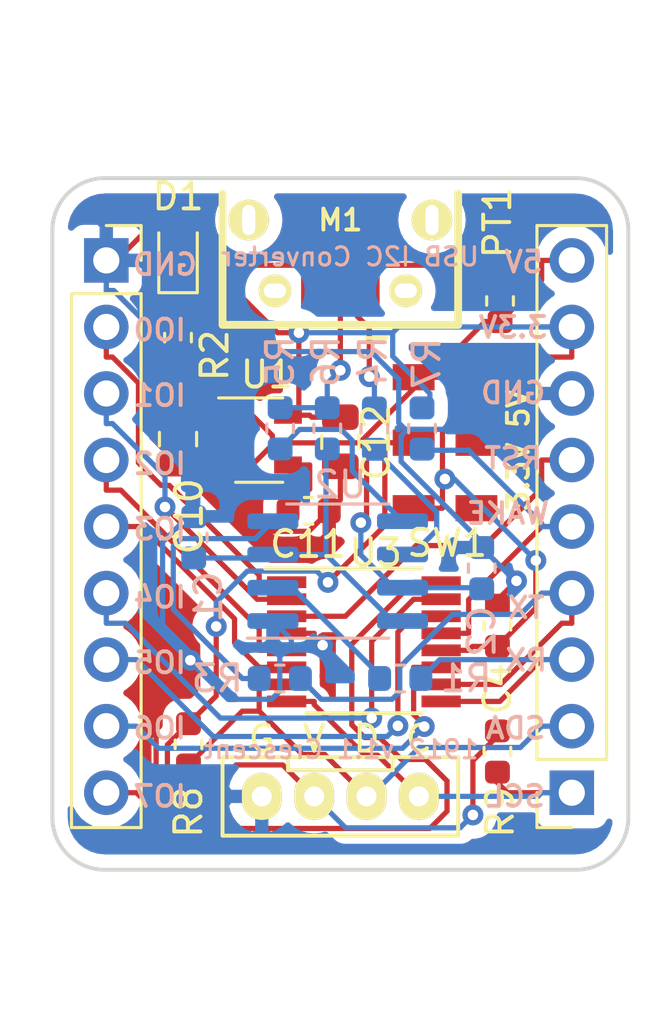
<source format=kicad_pcb>
(kicad_pcb (version 20171130) (host pcbnew "(5.1.2)-1")

  (general
    (thickness 1.6)
    (drawings 30)
    (tracks 319)
    (zones 0)
    (modules 25)
    (nets 29)
  )

  (page A4)
  (title_block
    (title "ichigo writer")
    (date 2019-06-14)
    (rev v1.0)
    (company Crescent)
  )

  (layers
    (0 F.Cu signal)
    (31 B.Cu signal)
    (32 B.Adhes user)
    (33 F.Adhes user)
    (34 B.Paste user)
    (35 F.Paste user)
    (36 B.SilkS user)
    (37 F.SilkS user)
    (38 B.Mask user)
    (39 F.Mask user)
    (40 Dwgs.User user)
    (41 Cmts.User user)
    (42 Eco1.User user)
    (43 Eco2.User user)
    (44 Edge.Cuts user)
    (45 Margin user)
    (46 B.CrtYd user)
    (47 F.CrtYd user)
    (48 B.Fab user hide)
    (49 F.Fab user hide)
  )

  (setup
    (last_trace_width 0.2)
    (trace_clearance 0.2)
    (zone_clearance 0.508)
    (zone_45_only no)
    (trace_min 0.2)
    (via_size 0.8)
    (via_drill 0.4)
    (via_min_size 0.4)
    (via_min_drill 0.3)
    (uvia_size 0.3)
    (uvia_drill 0.1)
    (uvias_allowed no)
    (uvia_min_size 0.2)
    (uvia_min_drill 0.1)
    (edge_width 0.05)
    (segment_width 0.2)
    (pcb_text_width 0.3)
    (pcb_text_size 1.5 1.5)
    (mod_edge_width 0.12)
    (mod_text_size 1 1)
    (mod_text_width 0.15)
    (pad_size 1.7 1.7)
    (pad_drill 1)
    (pad_to_mask_clearance 0.051)
    (solder_mask_min_width 0.25)
    (aux_axis_origin 0 0)
    (visible_elements 7FFFFF7F)
    (pcbplotparams
      (layerselection 0x010fc_ffffffff)
      (usegerberextensions true)
      (usegerberattributes false)
      (usegerberadvancedattributes false)
      (creategerberjobfile false)
      (excludeedgelayer true)
      (linewidth 0.100000)
      (plotframeref false)
      (viasonmask false)
      (mode 1)
      (useauxorigin false)
      (hpglpennumber 1)
      (hpglpenspeed 20)
      (hpglpendiameter 15.000000)
      (psnegative false)
      (psa4output false)
      (plotreference true)
      (plotvalue true)
      (plotinvisibletext false)
      (padsonsilk false)
      (subtractmaskfromsilk false)
      (outputformat 1)
      (mirror false)
      (drillshape 0)
      (scaleselection 1)
      (outputdirectory "GERBER/"))
  )

  (net 0 "")
  (net 1 GND)
  (net 2 "Net-(C1-Pad1)")
  (net 3 +5V)
  (net 4 "Net-(C11-Pad1)")
  (net 5 +3V3)
  (net 6 "Net-(D1-Pad1)")
  (net 7 /RX)
  (net 8 /TX)
  (net 9 /RST)
  (net 10 /DP)
  (net 11 /DM)
  (net 12 "Net-(M1-Pad1)")
  (net 13 /USB_TX)
  (net 14 /USB_RX)
  (net 15 "Net-(R4-Pad2)")
  (net 16 "Net-(R5-Pad2)")
  (net 17 /WAKE)
  (net 18 /SCL)
  (net 19 /SDA)
  (net 20 /VCC)
  (net 21 /IO7)
  (net 22 /IO6)
  (net 23 /IO5)
  (net 24 /IO4)
  (net 25 /IO3)
  (net 26 /IO2)
  (net 27 /IO1)
  (net 28 /IO0)

  (net_class Default "これはデフォルトのネット クラスです。"
    (clearance 0.2)
    (trace_width 0.2)
    (via_dia 0.8)
    (via_drill 0.4)
    (uvia_dia 0.3)
    (uvia_drill 0.1)
    (add_net +3V3)
    (add_net +5V)
    (add_net /DM)
    (add_net /DP)
    (add_net /IO0)
    (add_net /IO1)
    (add_net /IO2)
    (add_net /IO3)
    (add_net /IO4)
    (add_net /IO5)
    (add_net /IO6)
    (add_net /IO7)
    (add_net /RST)
    (add_net /RX)
    (add_net /SCL)
    (add_net /SDA)
    (add_net /TX)
    (add_net /USB_RX)
    (add_net /USB_TX)
    (add_net /VCC)
    (add_net /WAKE)
    (add_net GND)
    (add_net "Net-(C1-Pad1)")
    (add_net "Net-(C11-Pad1)")
    (add_net "Net-(D1-Pad1)")
    (add_net "Net-(M1-Pad1)")
    (add_net "Net-(R4-Pad2)")
    (add_net "Net-(R5-Pad2)")
  )

  (module Capacitor_SMD:C_0603_1608Metric (layer B.Cu) (tedit 5E0BF748) (tstamp 5D0350FC)
    (at 102.4 140.112 90)
    (descr "Capacitor SMD 0603 (1608 Metric), square (rectangular) end terminal, IPC_7351 nominal, (Body size source: http://www.tortai-tech.com/upload/download/2011102023233369053.pdf), generated with kicad-footprint-generator")
    (tags capacitor)
    (path /5BDA3937)
    (attr smd)
    (fp_text reference C1 (at -2.268 0.56 270) (layer B.SilkS)
      (effects (font (size 1 1) (thickness 0.15)) (justify mirror))
    )
    (fp_text value 0.1u (at 0 -1.43 270) (layer B.Fab) hide
      (effects (font (size 1 1) (thickness 0.15)) (justify mirror))
    )
    (fp_text user %R (at 0 0 270) (layer B.Fab)
      (effects (font (size 0.4 0.4) (thickness 0.06)) (justify mirror))
    )
    (fp_line (start 1.48 -0.73) (end -1.48 -0.73) (layer B.CrtYd) (width 0.05))
    (fp_line (start 1.48 0.73) (end 1.48 -0.73) (layer B.CrtYd) (width 0.05))
    (fp_line (start -1.48 0.73) (end 1.48 0.73) (layer B.CrtYd) (width 0.05))
    (fp_line (start -1.48 -0.73) (end -1.48 0.73) (layer B.CrtYd) (width 0.05))
    (fp_line (start -0.162779 -0.51) (end 0.162779 -0.51) (layer B.SilkS) (width 0.12))
    (fp_line (start -0.162779 0.51) (end 0.162779 0.51) (layer B.SilkS) (width 0.12))
    (fp_line (start 0.8 -0.4) (end -0.8 -0.4) (layer B.Fab) (width 0.1))
    (fp_line (start 0.8 0.4) (end 0.8 -0.4) (layer B.Fab) (width 0.1))
    (fp_line (start -0.8 0.4) (end 0.8 0.4) (layer B.Fab) (width 0.1))
    (fp_line (start -0.8 -0.4) (end -0.8 0.4) (layer B.Fab) (width 0.1))
    (pad 2 smd roundrect (at 0.7875 0 90) (size 0.875 0.95) (layers B.Cu B.Paste B.Mask) (roundrect_rratio 0.25)
      (net 1 GND))
    (pad 1 smd roundrect (at -0.7875 0 90) (size 0.875 0.95) (layers B.Cu B.Paste B.Mask) (roundrect_rratio 0.25)
      (net 2 "Net-(C1-Pad1)"))
    (model ${KISYS3DMOD}/Capacitor_SMD.3dshapes/C_0603_1608Metric.wrl
      (at (xyz 0 0 0))
      (scale (xyz 1 1 1))
      (rotate (xyz 0 0 0))
    )
  )

  (module Capacitor_SMD:C_0603_1608Metric (layer B.Cu) (tedit 5B301BBE) (tstamp 5D03510D)
    (at 113.4 141.288 90)
    (descr "Capacitor SMD 0603 (1608 Metric), square (rectangular) end terminal, IPC_7351 nominal, (Body size source: http://www.tortai-tech.com/upload/download/2011102023233369053.pdf), generated with kicad-footprint-generator")
    (tags capacitor)
    (path /5BDA7EA6)
    (attr smd)
    (fp_text reference C2 (at -2.412 0 270) (layer B.SilkS)
      (effects (font (size 1 1) (thickness 0.15)) (justify mirror))
    )
    (fp_text value 0.1u (at 0 -1.43 270) (layer B.Fab) hide
      (effects (font (size 1 1) (thickness 0.15)) (justify mirror))
    )
    (fp_line (start -0.8 -0.4) (end -0.8 0.4) (layer B.Fab) (width 0.1))
    (fp_line (start -0.8 0.4) (end 0.8 0.4) (layer B.Fab) (width 0.1))
    (fp_line (start 0.8 0.4) (end 0.8 -0.4) (layer B.Fab) (width 0.1))
    (fp_line (start 0.8 -0.4) (end -0.8 -0.4) (layer B.Fab) (width 0.1))
    (fp_line (start -0.162779 0.51) (end 0.162779 0.51) (layer B.SilkS) (width 0.12))
    (fp_line (start -0.162779 -0.51) (end 0.162779 -0.51) (layer B.SilkS) (width 0.12))
    (fp_line (start -1.48 -0.73) (end -1.48 0.73) (layer B.CrtYd) (width 0.05))
    (fp_line (start -1.48 0.73) (end 1.48 0.73) (layer B.CrtYd) (width 0.05))
    (fp_line (start 1.48 0.73) (end 1.48 -0.73) (layer B.CrtYd) (width 0.05))
    (fp_line (start 1.48 -0.73) (end -1.48 -0.73) (layer B.CrtYd) (width 0.05))
    (fp_text user %R (at 0 0 270) (layer B.Fab)
      (effects (font (size 0.4 0.4) (thickness 0.06)) (justify mirror))
    )
    (pad 1 smd roundrect (at -0.7875 0 90) (size 0.875 0.95) (layers B.Cu B.Paste B.Mask) (roundrect_rratio 0.25)
      (net 3 +5V))
    (pad 2 smd roundrect (at 0.7875 0 90) (size 0.875 0.95) (layers B.Cu B.Paste B.Mask) (roundrect_rratio 0.25)
      (net 1 GND))
    (model ${KISYS3DMOD}/Capacitor_SMD.3dshapes/C_0603_1608Metric.wrl
      (at (xyz 0 0 0))
      (scale (xyz 1 1 1))
      (rotate (xyz 0 0 0))
    )
  )

  (module Capacitor_SMD:C_0805_2012Metric (layer F.Cu) (tedit 5E0BFB4A) (tstamp 5D03511E)
    (at 101.8 136.362 270)
    (descr "Capacitor SMD 0805 (2012 Metric), square (rectangular) end terminal, IPC_7351 nominal, (Body size source: https://docs.google.com/spreadsheets/d/1BsfQQcO9C6DZCsRaXUlFlo91Tg2WpOkGARC1WS5S8t0/edit?usp=sharing), generated with kicad-footprint-generator")
    (tags capacitor)
    (path /5A749B00)
    (attr smd)
    (fp_text reference C10 (at 2.948 -0.42 90) (layer F.SilkS)
      (effects (font (size 1 1) (thickness 0.15)))
    )
    (fp_text value 10u (at 0 1.65 90) (layer F.Fab) hide
      (effects (font (size 1 1) (thickness 0.15)))
    )
    (fp_text user %R (at 0 0 90) (layer F.Fab)
      (effects (font (size 0.5 0.5) (thickness 0.08)))
    )
    (fp_line (start 1.68 0.95) (end -1.68 0.95) (layer F.CrtYd) (width 0.05))
    (fp_line (start 1.68 -0.95) (end 1.68 0.95) (layer F.CrtYd) (width 0.05))
    (fp_line (start -1.68 -0.95) (end 1.68 -0.95) (layer F.CrtYd) (width 0.05))
    (fp_line (start -1.68 0.95) (end -1.68 -0.95) (layer F.CrtYd) (width 0.05))
    (fp_line (start -0.258578 0.71) (end 0.258578 0.71) (layer F.SilkS) (width 0.12))
    (fp_line (start -0.258578 -0.71) (end 0.258578 -0.71) (layer F.SilkS) (width 0.12))
    (fp_line (start 1 0.6) (end -1 0.6) (layer F.Fab) (width 0.1))
    (fp_line (start 1 -0.6) (end 1 0.6) (layer F.Fab) (width 0.1))
    (fp_line (start -1 -0.6) (end 1 -0.6) (layer F.Fab) (width 0.1))
    (fp_line (start -1 0.6) (end -1 -0.6) (layer F.Fab) (width 0.1))
    (pad 2 smd roundrect (at 0.9375 0 270) (size 0.975 1.4) (layers F.Cu F.Paste F.Mask) (roundrect_rratio 0.25)
      (net 1 GND))
    (pad 1 smd roundrect (at -0.9375 0 270) (size 0.975 1.4) (layers F.Cu F.Paste F.Mask) (roundrect_rratio 0.25)
      (net 3 +5V))
    (model ${KISYS3DMOD}/Capacitor_SMD.3dshapes/C_0805_2012Metric.wrl
      (at (xyz 0 0 0))
      (scale (xyz 1 1 1))
      (rotate (xyz 0 0 0))
    )
  )

  (module Capacitor_SMD:C_0603_1608Metric (layer F.Cu) (tedit 5E0BFAF4) (tstamp 5D03512F)
    (at 106.788 139.1)
    (descr "Capacitor SMD 0603 (1608 Metric), square (rectangular) end terminal, IPC_7351 nominal, (Body size source: http://www.tortai-tech.com/upload/download/2011102023233369053.pdf), generated with kicad-footprint-generator")
    (tags capacitor)
    (path /5A749CC9)
    (attr smd)
    (fp_text reference C11 (at -0.018 1.27) (layer F.SilkS)
      (effects (font (size 1 1) (thickness 0.15)))
    )
    (fp_text value 0.01u (at 0 1.43) (layer F.Fab) hide
      (effects (font (size 1 1) (thickness 0.15)))
    )
    (fp_line (start -0.8 0.4) (end -0.8 -0.4) (layer F.Fab) (width 0.1))
    (fp_line (start -0.8 -0.4) (end 0.8 -0.4) (layer F.Fab) (width 0.1))
    (fp_line (start 0.8 -0.4) (end 0.8 0.4) (layer F.Fab) (width 0.1))
    (fp_line (start 0.8 0.4) (end -0.8 0.4) (layer F.Fab) (width 0.1))
    (fp_line (start -0.162779 -0.51) (end 0.162779 -0.51) (layer F.SilkS) (width 0.12))
    (fp_line (start -0.162779 0.51) (end 0.162779 0.51) (layer F.SilkS) (width 0.12))
    (fp_line (start -1.48 0.73) (end -1.48 -0.73) (layer F.CrtYd) (width 0.05))
    (fp_line (start -1.48 -0.73) (end 1.48 -0.73) (layer F.CrtYd) (width 0.05))
    (fp_line (start 1.48 -0.73) (end 1.48 0.73) (layer F.CrtYd) (width 0.05))
    (fp_line (start 1.48 0.73) (end -1.48 0.73) (layer F.CrtYd) (width 0.05))
    (fp_text user %R (at 0 0) (layer F.Fab)
      (effects (font (size 0.4 0.4) (thickness 0.06)))
    )
    (pad 1 smd roundrect (at -0.7875 0) (size 0.875 0.95) (layers F.Cu F.Paste F.Mask) (roundrect_rratio 0.25)
      (net 4 "Net-(C11-Pad1)"))
    (pad 2 smd roundrect (at 0.7875 0) (size 0.875 0.95) (layers F.Cu F.Paste F.Mask) (roundrect_rratio 0.25)
      (net 1 GND))
    (model ${KISYS3DMOD}/Capacitor_SMD.3dshapes/C_0603_1608Metric.wrl
      (at (xyz 0 0 0))
      (scale (xyz 1 1 1))
      (rotate (xyz 0 0 0))
    )
  )

  (module Capacitor_SMD:C_0805_2012Metric (layer F.Cu) (tedit 5E0BFAD4) (tstamp 5D035140)
    (at 108 136.462 270)
    (descr "Capacitor SMD 0805 (2012 Metric), square (rectangular) end terminal, IPC_7351 nominal, (Body size source: https://docs.google.com/spreadsheets/d/1BsfQQcO9C6DZCsRaXUlFlo91Tg2WpOkGARC1WS5S8t0/edit?usp=sharing), generated with kicad-footprint-generator")
    (tags capacitor)
    (path /5A749D47)
    (attr smd)
    (fp_text reference C12 (at 0.028 -1.37 270) (layer F.SilkS)
      (effects (font (size 1 1) (thickness 0.15)))
    )
    (fp_text value 10u (at 0 1.65 90) (layer F.Fab) hide
      (effects (font (size 1 1) (thickness 0.15)))
    )
    (fp_line (start -1 0.6) (end -1 -0.6) (layer F.Fab) (width 0.1))
    (fp_line (start -1 -0.6) (end 1 -0.6) (layer F.Fab) (width 0.1))
    (fp_line (start 1 -0.6) (end 1 0.6) (layer F.Fab) (width 0.1))
    (fp_line (start 1 0.6) (end -1 0.6) (layer F.Fab) (width 0.1))
    (fp_line (start -0.258578 -0.71) (end 0.258578 -0.71) (layer F.SilkS) (width 0.12))
    (fp_line (start -0.258578 0.71) (end 0.258578 0.71) (layer F.SilkS) (width 0.12))
    (fp_line (start -1.68 0.95) (end -1.68 -0.95) (layer F.CrtYd) (width 0.05))
    (fp_line (start -1.68 -0.95) (end 1.68 -0.95) (layer F.CrtYd) (width 0.05))
    (fp_line (start 1.68 -0.95) (end 1.68 0.95) (layer F.CrtYd) (width 0.05))
    (fp_line (start 1.68 0.95) (end -1.68 0.95) (layer F.CrtYd) (width 0.05))
    (fp_text user %R (at 0 0 90) (layer F.Fab)
      (effects (font (size 0.5 0.5) (thickness 0.08)))
    )
    (pad 1 smd roundrect (at -0.9375 0 270) (size 0.975 1.4) (layers F.Cu F.Paste F.Mask) (roundrect_rratio 0.25)
      (net 5 +3V3))
    (pad 2 smd roundrect (at 0.9375 0 270) (size 0.975 1.4) (layers F.Cu F.Paste F.Mask) (roundrect_rratio 0.25)
      (net 1 GND))
    (model ${KISYS3DMOD}/Capacitor_SMD.3dshapes/C_0805_2012Metric.wrl
      (at (xyz 0 0 0))
      (scale (xyz 1 1 1))
      (rotate (xyz 0 0 0))
    )
  )

  (module LED_SMD:LED_0603_1608Metric (layer F.Cu) (tedit 5B301BBE) (tstamp 5D035153)
    (at 101.8 129.288 90)
    (descr "LED SMD 0603 (1608 Metric), square (rectangular) end terminal, IPC_7351 nominal, (Body size source: http://www.tortai-tech.com/upload/download/2011102023233369053.pdf), generated with kicad-footprint-generator")
    (tags diode)
    (path /5D03F372)
    (attr smd)
    (fp_text reference D1 (at 2.1875 0 180) (layer F.SilkS)
      (effects (font (size 1 1) (thickness 0.15)))
    )
    (fp_text value LED (at 0 1.43 90) (layer F.Fab) hide
      (effects (font (size 1 1) (thickness 0.15)))
    )
    (fp_line (start 0.8 -0.4) (end -0.5 -0.4) (layer F.Fab) (width 0.1))
    (fp_line (start -0.5 -0.4) (end -0.8 -0.1) (layer F.Fab) (width 0.1))
    (fp_line (start -0.8 -0.1) (end -0.8 0.4) (layer F.Fab) (width 0.1))
    (fp_line (start -0.8 0.4) (end 0.8 0.4) (layer F.Fab) (width 0.1))
    (fp_line (start 0.8 0.4) (end 0.8 -0.4) (layer F.Fab) (width 0.1))
    (fp_line (start 0.8 -0.735) (end -1.485 -0.735) (layer F.SilkS) (width 0.12))
    (fp_line (start -1.485 -0.735) (end -1.485 0.735) (layer F.SilkS) (width 0.12))
    (fp_line (start -1.485 0.735) (end 0.8 0.735) (layer F.SilkS) (width 0.12))
    (fp_line (start -1.48 0.73) (end -1.48 -0.73) (layer F.CrtYd) (width 0.05))
    (fp_line (start -1.48 -0.73) (end 1.48 -0.73) (layer F.CrtYd) (width 0.05))
    (fp_line (start 1.48 -0.73) (end 1.48 0.73) (layer F.CrtYd) (width 0.05))
    (fp_line (start 1.48 0.73) (end -1.48 0.73) (layer F.CrtYd) (width 0.05))
    (fp_text user %R (at 0 0 90) (layer F.Fab)
      (effects (font (size 0.4 0.4) (thickness 0.06)))
    )
    (pad 1 smd roundrect (at -0.7875 0 90) (size 0.875 0.95) (layers F.Cu F.Paste F.Mask) (roundrect_rratio 0.25)
      (net 6 "Net-(D1-Pad1)"))
    (pad 2 smd roundrect (at 0.7875 0 90) (size 0.875 0.95) (layers F.Cu F.Paste F.Mask) (roundrect_rratio 0.25)
      (net 5 +3V3))
    (model ${KISYS3DMOD}/LED_SMD.3dshapes/LED_0603_1608Metric.wrl
      (at (xyz 0 0 0))
      (scale (xyz 1 1 1))
      (rotate (xyz 0 0 0))
    )
  )

  (module mUSB:CONN-10118194-0001LF-FCI (layer F.Cu) (tedit 54CEE72D) (tstamp 5D0351B2)
    (at 108 128 180)
    (path /5D03452D)
    (attr smd)
    (fp_text reference M1 (at 0 0) (layer F.SilkS)
      (effects (font (size 0.8 0.8) (thickness 0.15)))
    )
    (fp_text value MICRO-USB-ZX62R-B-5P-con-hirose (at 0 0) (layer F.Fab) hide
      (effects (font (size 0.8 0.8) (thickness 0.15)))
    )
    (fp_line (start -4 1.45) (end 4 1.45) (layer Dwgs.User) (width 0.3))
    (fp_line (start 4.5 -4) (end 4.5 1) (layer F.SilkS) (width 0.3))
    (fp_line (start -4.5 -4) (end 4.5 -4) (layer F.SilkS) (width 0.3))
    (fp_line (start -4.5 -3.5) (end -4.5 -4) (layer F.SilkS) (width 0.3))
    (fp_line (start -4.5 1) (end -4.5 -3.5) (layer F.SilkS) (width 0.3))
    (fp_line (start -1.75 -4.5) (end -1 -4.5) (layer F.SilkS) (width 0.15))
    (fp_line (start -4.5 -4) (end -4.5 1) (layer F.Fab) (width 0.15))
    (fp_line (start 4.5 -4) (end -4.5 -4) (layer F.Fab) (width 0.15))
    (fp_line (start 4.5 1) (end 4.5 -4) (layer F.Fab) (width 0.15))
    (fp_line (start -4.5 1) (end 4.5 1) (layer F.Fab) (width 0.15))
    (fp_line (start 5 1.5) (end -5 1.5) (layer F.CrtYd) (width 0.15))
    (fp_line (start 5 -4.5) (end 5 1.5) (layer F.CrtYd) (width 0.15))
    (fp_line (start -5 -4.5) (end 5 -4.5) (layer F.CrtYd) (width 0.15))
    (fp_line (start -5 1.5) (end -5 -4.5) (layer F.CrtYd) (width 0.15))
    (pad SH thru_hole oval (at 2.5 -2.7 180) (size 1.25 1.25) (drill oval 0.85 0.55) (layers *.Cu *.Mask F.SilkS))
    (pad SH thru_hole oval (at -2.5 -2.7 180) (size 1.25 1.25) (drill oval 0.85 0.55) (layers *.Cu *.Mask F.SilkS))
    (pad SH thru_hole oval (at 3.5 0 180) (size 1.55 1.55) (drill oval 0.5 1.15) (layers *.Cu *.Mask F.SilkS))
    (pad SH thru_hole oval (at -3.5 0 180) (size 1.55 1.55) (drill oval 0.5 1.15) (layers *.Cu *.Mask F.SilkS))
    (pad 5 smd rect (at 1.3 -2.7 180) (size 0.4 1.35) (layers F.Cu F.Paste F.Mask)
      (net 1 GND))
    (pad 4 smd rect (at 0.65 -2.7 180) (size 0.4 1.35) (layers F.Cu F.Paste F.Mask))
    (pad 3 smd rect (at 0 -2.7 180) (size 0.4 1.35) (layers F.Cu F.Paste F.Mask)
      (net 10 /DP))
    (pad 2 smd rect (at -0.65 -2.7 180) (size 0.4 1.35) (layers F.Cu F.Paste F.Mask)
      (net 11 /DM))
    (pad 1 smd rect (at -1.3 -2.7 180) (size 0.4 1.35) (layers F.Cu F.Paste F.Mask)
      (net 12 "Net-(M1-Pad1)"))
    (model conn_pc/usb_B_micro_smd-2.wrl
      (at (xyz 0 0 0))
      (scale (xyz 1 1 1))
      (rotate (xyz 0 0 0))
    )
  )

  (module Resistor_SMD:R_0603_1608Metric (layer F.Cu) (tedit 5B301BBD) (tstamp 5D0351C3)
    (at 114.1 131.088 90)
    (descr "Resistor SMD 0603 (1608 Metric), square (rectangular) end terminal, IPC_7351 nominal, (Body size source: http://www.tortai-tech.com/upload/download/2011102023233369053.pdf), generated with kicad-footprint-generator")
    (tags resistor)
    (path /5BDA4482)
    (attr smd)
    (fp_text reference PT1 (at 2.9875 -0.1 90) (layer F.SilkS)
      (effects (font (size 1 1) (thickness 0.15)))
    )
    (fp_text value "femtoSMDC035F-02 " (at 0 1.43 90) (layer F.Fab) hide
      (effects (font (size 1 1) (thickness 0.15)))
    )
    (fp_text user %R (at 0 0 90) (layer F.Fab)
      (effects (font (size 0.4 0.4) (thickness 0.06)))
    )
    (fp_line (start 1.48 0.73) (end -1.48 0.73) (layer F.CrtYd) (width 0.05))
    (fp_line (start 1.48 -0.73) (end 1.48 0.73) (layer F.CrtYd) (width 0.05))
    (fp_line (start -1.48 -0.73) (end 1.48 -0.73) (layer F.CrtYd) (width 0.05))
    (fp_line (start -1.48 0.73) (end -1.48 -0.73) (layer F.CrtYd) (width 0.05))
    (fp_line (start -0.162779 0.51) (end 0.162779 0.51) (layer F.SilkS) (width 0.12))
    (fp_line (start -0.162779 -0.51) (end 0.162779 -0.51) (layer F.SilkS) (width 0.12))
    (fp_line (start 0.8 0.4) (end -0.8 0.4) (layer F.Fab) (width 0.1))
    (fp_line (start 0.8 -0.4) (end 0.8 0.4) (layer F.Fab) (width 0.1))
    (fp_line (start -0.8 -0.4) (end 0.8 -0.4) (layer F.Fab) (width 0.1))
    (fp_line (start -0.8 0.4) (end -0.8 -0.4) (layer F.Fab) (width 0.1))
    (pad 2 smd roundrect (at 0.7875 0 90) (size 0.875 0.95) (layers F.Cu F.Paste F.Mask) (roundrect_rratio 0.25)
      (net 12 "Net-(M1-Pad1)"))
    (pad 1 smd roundrect (at -0.7875 0 90) (size 0.875 0.95) (layers F.Cu F.Paste F.Mask) (roundrect_rratio 0.25)
      (net 3 +5V))
    (model ${KISYS3DMOD}/Resistor_SMD.3dshapes/R_0603_1608Metric.wrl
      (at (xyz 0 0 0))
      (scale (xyz 1 1 1))
      (rotate (xyz 0 0 0))
    )
  )

  (module Resistor_SMD:R_0603_1608Metric (layer B.Cu) (tedit 5B301BBD) (tstamp 5D0351D4)
    (at 110.288 145.5)
    (descr "Resistor SMD 0603 (1608 Metric), square (rectangular) end terminal, IPC_7351 nominal, (Body size source: http://www.tortai-tech.com/upload/download/2011102023233369053.pdf), generated with kicad-footprint-generator")
    (tags resistor)
    (path /5CB16583)
    (attr smd)
    (fp_text reference R1 (at 2.512 0) (layer B.SilkS)
      (effects (font (size 1 1) (thickness 0.15)) (justify mirror))
    )
    (fp_text value 27 (at 0 -1.43) (layer B.Fab) hide
      (effects (font (size 1 1) (thickness 0.15)) (justify mirror))
    )
    (fp_text user %R (at 0 0) (layer B.Fab)
      (effects (font (size 0.4 0.4) (thickness 0.06)) (justify mirror))
    )
    (fp_line (start 1.48 -0.73) (end -1.48 -0.73) (layer B.CrtYd) (width 0.05))
    (fp_line (start 1.48 0.73) (end 1.48 -0.73) (layer B.CrtYd) (width 0.05))
    (fp_line (start -1.48 0.73) (end 1.48 0.73) (layer B.CrtYd) (width 0.05))
    (fp_line (start -1.48 -0.73) (end -1.48 0.73) (layer B.CrtYd) (width 0.05))
    (fp_line (start -0.162779 -0.51) (end 0.162779 -0.51) (layer B.SilkS) (width 0.12))
    (fp_line (start -0.162779 0.51) (end 0.162779 0.51) (layer B.SilkS) (width 0.12))
    (fp_line (start 0.8 -0.4) (end -0.8 -0.4) (layer B.Fab) (width 0.1))
    (fp_line (start 0.8 0.4) (end 0.8 -0.4) (layer B.Fab) (width 0.1))
    (fp_line (start -0.8 0.4) (end 0.8 0.4) (layer B.Fab) (width 0.1))
    (fp_line (start -0.8 -0.4) (end -0.8 0.4) (layer B.Fab) (width 0.1))
    (pad 2 smd roundrect (at 0.7875 0) (size 0.875 0.95) (layers B.Cu B.Paste B.Mask) (roundrect_rratio 0.25)
      (net 7 /RX))
    (pad 1 smd roundrect (at -0.7875 0) (size 0.875 0.95) (layers B.Cu B.Paste B.Mask) (roundrect_rratio 0.25)
      (net 13 /USB_TX))
    (model ${KISYS3DMOD}/Resistor_SMD.3dshapes/R_0603_1608Metric.wrl
      (at (xyz 0 0 0))
      (scale (xyz 1 1 1))
      (rotate (xyz 0 0 0))
    )
  )

  (module Resistor_SMD:R_0603_1608Metric (layer F.Cu) (tedit 5E0BFB5C) (tstamp 5D0351E5)
    (at 101.8 132.488 270)
    (descr "Resistor SMD 0603 (1608 Metric), square (rectangular) end terminal, IPC_7351 nominal, (Body size source: http://www.tortai-tech.com/upload/download/2011102023233369053.pdf), generated with kicad-footprint-generator")
    (tags resistor)
    (path /5A749FB6)
    (attr smd)
    (fp_text reference R2 (at 0.682 -1.4 90) (layer F.SilkS)
      (effects (font (size 1 1) (thickness 0.15)))
    )
    (fp_text value 1k (at 0 1.43 90) (layer F.Fab) hide
      (effects (font (size 1 1) (thickness 0.15)))
    )
    (fp_line (start -0.8 0.4) (end -0.8 -0.4) (layer F.Fab) (width 0.1))
    (fp_line (start -0.8 -0.4) (end 0.8 -0.4) (layer F.Fab) (width 0.1))
    (fp_line (start 0.8 -0.4) (end 0.8 0.4) (layer F.Fab) (width 0.1))
    (fp_line (start 0.8 0.4) (end -0.8 0.4) (layer F.Fab) (width 0.1))
    (fp_line (start -0.162779 -0.51) (end 0.162779 -0.51) (layer F.SilkS) (width 0.12))
    (fp_line (start -0.162779 0.51) (end 0.162779 0.51) (layer F.SilkS) (width 0.12))
    (fp_line (start -1.48 0.73) (end -1.48 -0.73) (layer F.CrtYd) (width 0.05))
    (fp_line (start -1.48 -0.73) (end 1.48 -0.73) (layer F.CrtYd) (width 0.05))
    (fp_line (start 1.48 -0.73) (end 1.48 0.73) (layer F.CrtYd) (width 0.05))
    (fp_line (start 1.48 0.73) (end -1.48 0.73) (layer F.CrtYd) (width 0.05))
    (fp_text user %R (at 0 0 90) (layer F.Fab)
      (effects (font (size 0.4 0.4) (thickness 0.06)))
    )
    (pad 1 smd roundrect (at -0.7875 0 270) (size 0.875 0.95) (layers F.Cu F.Paste F.Mask) (roundrect_rratio 0.25)
      (net 6 "Net-(D1-Pad1)"))
    (pad 2 smd roundrect (at 0.7875 0 270) (size 0.875 0.95) (layers F.Cu F.Paste F.Mask) (roundrect_rratio 0.25)
      (net 1 GND))
    (model ${KISYS3DMOD}/Resistor_SMD.3dshapes/R_0603_1608Metric.wrl
      (at (xyz 0 0 0))
      (scale (xyz 1 1 1))
      (rotate (xyz 0 0 0))
    )
  )

  (module Resistor_SMD:R_0603_1608Metric (layer B.Cu) (tedit 5B301BBD) (tstamp 5D0351F6)
    (at 105.688 145.5)
    (descr "Resistor SMD 0603 (1608 Metric), square (rectangular) end terminal, IPC_7351 nominal, (Body size source: http://www.tortai-tech.com/upload/download/2011102023233369053.pdf), generated with kicad-footprint-generator")
    (tags resistor)
    (path /5CB16762)
    (attr smd)
    (fp_text reference R3 (at -2.388 0) (layer B.SilkS)
      (effects (font (size 1 1) (thickness 0.15)) (justify mirror))
    )
    (fp_text value 27 (at 0 -1.43) (layer B.Fab) hide
      (effects (font (size 1 1) (thickness 0.15)) (justify mirror))
    )
    (fp_line (start -0.8 -0.4) (end -0.8 0.4) (layer B.Fab) (width 0.1))
    (fp_line (start -0.8 0.4) (end 0.8 0.4) (layer B.Fab) (width 0.1))
    (fp_line (start 0.8 0.4) (end 0.8 -0.4) (layer B.Fab) (width 0.1))
    (fp_line (start 0.8 -0.4) (end -0.8 -0.4) (layer B.Fab) (width 0.1))
    (fp_line (start -0.162779 0.51) (end 0.162779 0.51) (layer B.SilkS) (width 0.12))
    (fp_line (start -0.162779 -0.51) (end 0.162779 -0.51) (layer B.SilkS) (width 0.12))
    (fp_line (start -1.48 -0.73) (end -1.48 0.73) (layer B.CrtYd) (width 0.05))
    (fp_line (start -1.48 0.73) (end 1.48 0.73) (layer B.CrtYd) (width 0.05))
    (fp_line (start 1.48 0.73) (end 1.48 -0.73) (layer B.CrtYd) (width 0.05))
    (fp_line (start 1.48 -0.73) (end -1.48 -0.73) (layer B.CrtYd) (width 0.05))
    (fp_text user %R (at 0 0) (layer B.Fab)
      (effects (font (size 0.4 0.4) (thickness 0.06)) (justify mirror))
    )
    (pad 1 smd roundrect (at -0.7875 0) (size 0.875 0.95) (layers B.Cu B.Paste B.Mask) (roundrect_rratio 0.25)
      (net 14 /USB_RX))
    (pad 2 smd roundrect (at 0.7875 0) (size 0.875 0.95) (layers B.Cu B.Paste B.Mask) (roundrect_rratio 0.25)
      (net 8 /TX))
    (model ${KISYS3DMOD}/Resistor_SMD.3dshapes/R_0603_1608Metric.wrl
      (at (xyz 0 0 0))
      (scale (xyz 1 1 1))
      (rotate (xyz 0 0 0))
    )
  )

  (module Resistor_SMD:R_0603_1608Metric (layer B.Cu) (tedit 5B301BBD) (tstamp 5D035207)
    (at 109.3 135.962 270)
    (descr "Resistor SMD 0603 (1608 Metric), square (rectangular) end terminal, IPC_7351 nominal, (Body size source: http://www.tortai-tech.com/upload/download/2011102023233369053.pdf), generated with kicad-footprint-generator")
    (tags resistor)
    (path /5C817CD0)
    (attr smd)
    (fp_text reference R4 (at -2.5625 0.05 270) (layer B.SilkS)
      (effects (font (size 1 1) (thickness 0.15)) (justify mirror))
    )
    (fp_text value 27 (at 0 -1.43 270) (layer B.Fab) hide
      (effects (font (size 1 1) (thickness 0.15)) (justify mirror))
    )
    (fp_line (start -0.8 -0.4) (end -0.8 0.4) (layer B.Fab) (width 0.1))
    (fp_line (start -0.8 0.4) (end 0.8 0.4) (layer B.Fab) (width 0.1))
    (fp_line (start 0.8 0.4) (end 0.8 -0.4) (layer B.Fab) (width 0.1))
    (fp_line (start 0.8 -0.4) (end -0.8 -0.4) (layer B.Fab) (width 0.1))
    (fp_line (start -0.162779 0.51) (end 0.162779 0.51) (layer B.SilkS) (width 0.12))
    (fp_line (start -0.162779 -0.51) (end 0.162779 -0.51) (layer B.SilkS) (width 0.12))
    (fp_line (start -1.48 -0.73) (end -1.48 0.73) (layer B.CrtYd) (width 0.05))
    (fp_line (start -1.48 0.73) (end 1.48 0.73) (layer B.CrtYd) (width 0.05))
    (fp_line (start 1.48 0.73) (end 1.48 -0.73) (layer B.CrtYd) (width 0.05))
    (fp_line (start 1.48 -0.73) (end -1.48 -0.73) (layer B.CrtYd) (width 0.05))
    (fp_text user %R (at 0 0 270) (layer B.Fab)
      (effects (font (size 0.4 0.4) (thickness 0.06)) (justify mirror))
    )
    (pad 1 smd roundrect (at -0.7875 0 270) (size 0.875 0.95) (layers B.Cu B.Paste B.Mask) (roundrect_rratio 0.25)
      (net 11 /DM))
    (pad 2 smd roundrect (at 0.7875 0 270) (size 0.875 0.95) (layers B.Cu B.Paste B.Mask) (roundrect_rratio 0.25)
      (net 15 "Net-(R4-Pad2)"))
    (model ${KISYS3DMOD}/Resistor_SMD.3dshapes/R_0603_1608Metric.wrl
      (at (xyz 0 0 0))
      (scale (xyz 1 1 1))
      (rotate (xyz 0 0 0))
    )
  )

  (module Resistor_SMD:R_0603_1608Metric (layer B.Cu) (tedit 5B301BBD) (tstamp 5D035218)
    (at 105.7 135.95 270)
    (descr "Resistor SMD 0603 (1608 Metric), square (rectangular) end terminal, IPC_7351 nominal, (Body size source: http://www.tortai-tech.com/upload/download/2011102023233369053.pdf), generated with kicad-footprint-generator")
    (tags resistor)
    (path /5C817D84)
    (attr smd)
    (fp_text reference R5 (at -2.55 0 270) (layer B.SilkS)
      (effects (font (size 1 1) (thickness 0.15)) (justify mirror))
    )
    (fp_text value 27 (at 0 -1.43 270) (layer B.Fab) hide
      (effects (font (size 1 1) (thickness 0.15)) (justify mirror))
    )
    (fp_text user %R (at 0 0 270) (layer B.Fab)
      (effects (font (size 0.4 0.4) (thickness 0.06)) (justify mirror))
    )
    (fp_line (start 1.48 -0.73) (end -1.48 -0.73) (layer B.CrtYd) (width 0.05))
    (fp_line (start 1.48 0.73) (end 1.48 -0.73) (layer B.CrtYd) (width 0.05))
    (fp_line (start -1.48 0.73) (end 1.48 0.73) (layer B.CrtYd) (width 0.05))
    (fp_line (start -1.48 -0.73) (end -1.48 0.73) (layer B.CrtYd) (width 0.05))
    (fp_line (start -0.162779 -0.51) (end 0.162779 -0.51) (layer B.SilkS) (width 0.12))
    (fp_line (start -0.162779 0.51) (end 0.162779 0.51) (layer B.SilkS) (width 0.12))
    (fp_line (start 0.8 -0.4) (end -0.8 -0.4) (layer B.Fab) (width 0.1))
    (fp_line (start 0.8 0.4) (end 0.8 -0.4) (layer B.Fab) (width 0.1))
    (fp_line (start -0.8 0.4) (end 0.8 0.4) (layer B.Fab) (width 0.1))
    (fp_line (start -0.8 -0.4) (end -0.8 0.4) (layer B.Fab) (width 0.1))
    (pad 2 smd roundrect (at 0.7875 0 270) (size 0.875 0.95) (layers B.Cu B.Paste B.Mask) (roundrect_rratio 0.25)
      (net 16 "Net-(R5-Pad2)"))
    (pad 1 smd roundrect (at -0.7875 0 270) (size 0.875 0.95) (layers B.Cu B.Paste B.Mask) (roundrect_rratio 0.25)
      (net 10 /DP))
    (model ${KISYS3DMOD}/Resistor_SMD.3dshapes/R_0603_1608Metric.wrl
      (at (xyz 0 0 0))
      (scale (xyz 1 1 1))
      (rotate (xyz 0 0 0))
    )
  )

  (module Resistor_SMD:R_0603_1608Metric (layer B.Cu) (tedit 5B301BBD) (tstamp 5D035229)
    (at 107.5 135.95 270)
    (descr "Resistor SMD 0603 (1608 Metric), square (rectangular) end terminal, IPC_7351 nominal, (Body size source: http://www.tortai-tech.com/upload/download/2011102023233369053.pdf), generated with kicad-footprint-generator")
    (tags resistor)
    (path /5C8271E6)
    (attr smd)
    (fp_text reference R6 (at -2.55 0.05 270) (layer B.SilkS)
      (effects (font (size 1 1) (thickness 0.15)) (justify mirror))
    )
    (fp_text value 1.5k (at 0 -1.43 270) (layer B.Fab) hide
      (effects (font (size 1 1) (thickness 0.15)) (justify mirror))
    )
    (fp_line (start -0.8 -0.4) (end -0.8 0.4) (layer B.Fab) (width 0.1))
    (fp_line (start -0.8 0.4) (end 0.8 0.4) (layer B.Fab) (width 0.1))
    (fp_line (start 0.8 0.4) (end 0.8 -0.4) (layer B.Fab) (width 0.1))
    (fp_line (start 0.8 -0.4) (end -0.8 -0.4) (layer B.Fab) (width 0.1))
    (fp_line (start -0.162779 0.51) (end 0.162779 0.51) (layer B.SilkS) (width 0.12))
    (fp_line (start -0.162779 -0.51) (end 0.162779 -0.51) (layer B.SilkS) (width 0.12))
    (fp_line (start -1.48 -0.73) (end -1.48 0.73) (layer B.CrtYd) (width 0.05))
    (fp_line (start -1.48 0.73) (end 1.48 0.73) (layer B.CrtYd) (width 0.05))
    (fp_line (start 1.48 0.73) (end 1.48 -0.73) (layer B.CrtYd) (width 0.05))
    (fp_line (start 1.48 -0.73) (end -1.48 -0.73) (layer B.CrtYd) (width 0.05))
    (fp_text user %R (at 0 0 270) (layer B.Fab)
      (effects (font (size 0.4 0.4) (thickness 0.06)) (justify mirror))
    )
    (pad 1 smd roundrect (at -0.7875 0 270) (size 0.875 0.95) (layers B.Cu B.Paste B.Mask) (roundrect_rratio 0.25)
      (net 10 /DP))
    (pad 2 smd roundrect (at 0.7875 0 270) (size 0.875 0.95) (layers B.Cu B.Paste B.Mask) (roundrect_rratio 0.25)
      (net 2 "Net-(C1-Pad1)"))
    (model ${KISYS3DMOD}/Resistor_SMD.3dshapes/R_0603_1608Metric.wrl
      (at (xyz 0 0 0))
      (scale (xyz 1 1 1))
      (rotate (xyz 0 0 0))
    )
  )

  (module Package_TO_SOT_SMD:SOT-23-5 (layer F.Cu) (tedit 5A02FF57) (tstamp 5D035F60)
    (at 104.9 136.4)
    (descr "5-pin SOT23 package")
    (tags SOT-23-5)
    (path /5D03AD44)
    (attr smd)
    (fp_text reference U1 (at 0.3 -2.5) (layer F.SilkS)
      (effects (font (size 1 1) (thickness 0.15)))
    )
    (fp_text value LD3985M33R (at 0 2.9) (layer F.Fab) hide
      (effects (font (size 1 1) (thickness 0.15)))
    )
    (fp_text user %R (at 0 0 90) (layer F.Fab)
      (effects (font (size 0.5 0.5) (thickness 0.075)))
    )
    (fp_line (start -0.9 1.61) (end 0.9 1.61) (layer F.SilkS) (width 0.12))
    (fp_line (start 0.9 -1.61) (end -1.55 -1.61) (layer F.SilkS) (width 0.12))
    (fp_line (start -1.9 -1.8) (end 1.9 -1.8) (layer F.CrtYd) (width 0.05))
    (fp_line (start 1.9 -1.8) (end 1.9 1.8) (layer F.CrtYd) (width 0.05))
    (fp_line (start 1.9 1.8) (end -1.9 1.8) (layer F.CrtYd) (width 0.05))
    (fp_line (start -1.9 1.8) (end -1.9 -1.8) (layer F.CrtYd) (width 0.05))
    (fp_line (start -0.9 -0.9) (end -0.25 -1.55) (layer F.Fab) (width 0.1))
    (fp_line (start 0.9 -1.55) (end -0.25 -1.55) (layer F.Fab) (width 0.1))
    (fp_line (start -0.9 -0.9) (end -0.9 1.55) (layer F.Fab) (width 0.1))
    (fp_line (start 0.9 1.55) (end -0.9 1.55) (layer F.Fab) (width 0.1))
    (fp_line (start 0.9 -1.55) (end 0.9 1.55) (layer F.Fab) (width 0.1))
    (pad 1 smd rect (at -1.1 -0.95) (size 1.06 0.65) (layers F.Cu F.Paste F.Mask)
      (net 3 +5V))
    (pad 2 smd rect (at -1.1 0) (size 1.06 0.65) (layers F.Cu F.Paste F.Mask)
      (net 1 GND))
    (pad 3 smd rect (at -1.1 0.95) (size 1.06 0.65) (layers F.Cu F.Paste F.Mask)
      (net 3 +5V))
    (pad 4 smd rect (at 1.1 0.95) (size 1.06 0.65) (layers F.Cu F.Paste F.Mask)
      (net 4 "Net-(C11-Pad1)"))
    (pad 5 smd rect (at 1.1 -0.95) (size 1.06 0.65) (layers F.Cu F.Paste F.Mask)
      (net 5 +3V3))
    (model ${KISYS3DMOD}/Package_TO_SOT_SMD.3dshapes/SOT-23-5.wrl
      (at (xyz 0 0 0))
      (scale (xyz 1 1 1))
      (rotate (xyz 0 0 0))
    )
  )

  (module Package_SO:SOIC-8_3.9x4.9mm_P1.27mm (layer B.Cu) (tedit 5C97300E) (tstamp 5D035268)
    (at 107.9 141.4)
    (descr "SOIC, 8 Pin (JEDEC MS-012AA, https://www.analog.com/media/en/package-pcb-resources/package/pkg_pdf/soic_narrow-r/r_8.pdf), generated with kicad-footprint-generator ipc_gullwing_generator.py")
    (tags "SOIC SO")
    (path /5BDA3515)
    (attr smd)
    (fp_text reference U2 (at 0.1 -3.3) (layer B.SilkS)
      (effects (font (size 1 1) (thickness 0.15)) (justify mirror))
    )
    (fp_text value PL2303SA (at 0 -3.4) (layer B.Fab) hide
      (effects (font (size 1 1) (thickness 0.15)) (justify mirror))
    )
    (fp_line (start 0 -2.56) (end 1.95 -2.56) (layer B.SilkS) (width 0.12))
    (fp_line (start 0 -2.56) (end -1.95 -2.56) (layer B.SilkS) (width 0.12))
    (fp_line (start 0 2.56) (end 1.95 2.56) (layer B.SilkS) (width 0.12))
    (fp_line (start 0 2.56) (end -3.45 2.56) (layer B.SilkS) (width 0.12))
    (fp_line (start -0.975 2.45) (end 1.95 2.45) (layer B.Fab) (width 0.1))
    (fp_line (start 1.95 2.45) (end 1.95 -2.45) (layer B.Fab) (width 0.1))
    (fp_line (start 1.95 -2.45) (end -1.95 -2.45) (layer B.Fab) (width 0.1))
    (fp_line (start -1.95 -2.45) (end -1.95 1.475) (layer B.Fab) (width 0.1))
    (fp_line (start -1.95 1.475) (end -0.975 2.45) (layer B.Fab) (width 0.1))
    (fp_line (start -3.7 2.7) (end -3.7 -2.7) (layer B.CrtYd) (width 0.05))
    (fp_line (start -3.7 -2.7) (end 3.7 -2.7) (layer B.CrtYd) (width 0.05))
    (fp_line (start 3.7 -2.7) (end 3.7 2.7) (layer B.CrtYd) (width 0.05))
    (fp_line (start 3.7 2.7) (end -3.7 2.7) (layer B.CrtYd) (width 0.05))
    (fp_text user %R (at 0 0) (layer B.Fab)
      (effects (font (size 0.98 0.98) (thickness 0.15)) (justify mirror))
    )
    (pad 1 smd roundrect (at -2.475 1.905) (size 1.95 0.6) (layers B.Cu B.Paste B.Mask) (roundrect_rratio 0.25)
      (net 1 GND))
    (pad 2 smd roundrect (at -2.475 0.635) (size 1.95 0.6) (layers B.Cu B.Paste B.Mask) (roundrect_rratio 0.25)
      (net 13 /USB_TX))
    (pad 3 smd roundrect (at -2.475 -0.635) (size 1.95 0.6) (layers B.Cu B.Paste B.Mask) (roundrect_rratio 0.25)
      (net 2 "Net-(C1-Pad1)"))
    (pad 4 smd roundrect (at -2.475 -1.905) (size 1.95 0.6) (layers B.Cu B.Paste B.Mask) (roundrect_rratio 0.25)
      (net 14 /USB_RX))
    (pad 5 smd roundrect (at 2.475 -1.905) (size 1.95 0.6) (layers B.Cu B.Paste B.Mask) (roundrect_rratio 0.25)
      (net 16 "Net-(R5-Pad2)"))
    (pad 6 smd roundrect (at 2.475 -0.635) (size 1.95 0.6) (layers B.Cu B.Paste B.Mask) (roundrect_rratio 0.25)
      (net 15 "Net-(R4-Pad2)"))
    (pad 7 smd roundrect (at 2.475 0.635) (size 1.95 0.6) (layers B.Cu B.Paste B.Mask) (roundrect_rratio 0.25)
      (net 3 +5V))
    (pad 8 smd roundrect (at 2.475 1.905) (size 1.95 0.6) (layers B.Cu B.Paste B.Mask) (roundrect_rratio 0.25)
      (net 2 "Net-(C1-Pad1)"))
    (model ${KISYS3DMOD}/Package_SO.3dshapes/SOIC-8_3.9x4.9mm_P1.27mm.wrl
      (at (xyz 0 0 0))
      (scale (xyz 1 1 1))
      (rotate (xyz 0 0 0))
    )
  )

  (module GroveCon:GROVE (layer F.Cu) (tedit 5A912222) (tstamp 5DFA142E)
    (at 111 150 180)
    (path /5DFA55F3)
    (fp_text reference J1 (at -0.4 -2.7) (layer F.SilkS) hide
      (effects (font (size 1 1) (thickness 0.15)))
    )
    (fp_text value Conn_01x04 (at 0.5 -3) (layer F.Fab) hide
      (effects (font (size 1 1) (thickness 0.15)))
    )
    (fp_text user C (at 0 2.2) (layer F.SilkS)
      (effects (font (size 1 1) (thickness 0.15)))
    )
    (fp_text user D (at 2 2.2) (layer F.SilkS)
      (effects (font (size 1 1) (thickness 0.15)))
    )
    (fp_text user V (at 4 2.2) (layer F.SilkS)
      (effects (font (size 1 1) (thickness 0.15)))
    )
    (fp_text user G (at 6 2.2) (layer F.SilkS)
      (effects (font (size 1 1) (thickness 0.15)))
    )
    (fp_line (start 5 1.5) (end 5 1) (layer F.SilkS) (width 0.15))
    (fp_line (start 5 1) (end 1 1) (layer F.SilkS) (width 0.15))
    (fp_line (start 1 1) (end 1 1.5) (layer F.SilkS) (width 0.15))
    (fp_line (start 3 1.5) (end -1.5 1.5) (layer F.SilkS) (width 0.15))
    (fp_line (start -1.5 1.5) (end -1.5 -1.5) (layer F.SilkS) (width 0.15))
    (fp_line (start -1.5 -1.5) (end 7.5 -1.5) (layer F.SilkS) (width 0.15))
    (fp_line (start 7.5 -1.5) (end 7.5 1.5) (layer F.SilkS) (width 0.15))
    (fp_line (start 7.5 1.5) (end 3 1.5) (layer F.SilkS) (width 0.15))
    (pad 1 thru_hole oval (at 0 0 180) (size 1.524 1.8) (drill 0.762) (layers *.Cu *.Paste *.Mask F.SilkS)
      (net 18 /SCL))
    (pad 2 thru_hole oval (at 2 0 180) (size 1.524 1.8) (drill 0.762) (layers *.Cu *.Paste *.Mask F.SilkS)
      (net 19 /SDA))
    (pad 3 thru_hole oval (at 4 0 180) (size 1.524 1.8) (drill 0.762) (layers *.Cu *.Paste *.Mask F.SilkS)
      (net 20 /VCC))
    (pad 4 thru_hole oval (at 6 0 180) (size 1.524 1.8) (drill 0.762) (layers *.Cu *.Paste *.Mask F.SilkS)
      (net 1 GND))
  )

  (module Connector_PinSocket_2.54mm:PinSocket_1x09_P2.54mm_Vertical (layer F.Cu) (tedit 5A19A431) (tstamp 5DFA144B)
    (at 99.06 129.54)
    (descr "Through hole straight socket strip, 1x09, 2.54mm pitch, single row (from Kicad 4.0.7), script generated")
    (tags "Through hole socket strip THT 1x09 2.54mm single row")
    (path /5DFF48D6)
    (fp_text reference J2 (at -0.06 -4.74) (layer F.SilkS) hide
      (effects (font (size 1 1) (thickness 0.15)))
    )
    (fp_text value Conn_01x09 (at 0 23.09) (layer F.Fab)
      (effects (font (size 1 1) (thickness 0.15)))
    )
    (fp_text user %R (at 0 10.16 90) (layer F.Fab)
      (effects (font (size 1 1) (thickness 0.15)))
    )
    (fp_line (start -1.8 22.1) (end -1.8 -1.8) (layer F.CrtYd) (width 0.05))
    (fp_line (start 1.75 22.1) (end -1.8 22.1) (layer F.CrtYd) (width 0.05))
    (fp_line (start 1.75 -1.8) (end 1.75 22.1) (layer F.CrtYd) (width 0.05))
    (fp_line (start -1.8 -1.8) (end 1.75 -1.8) (layer F.CrtYd) (width 0.05))
    (fp_line (start 0 -1.33) (end 1.33 -1.33) (layer F.SilkS) (width 0.12))
    (fp_line (start 1.33 -1.33) (end 1.33 0) (layer F.SilkS) (width 0.12))
    (fp_line (start 1.33 1.27) (end 1.33 21.65) (layer F.SilkS) (width 0.12))
    (fp_line (start -1.33 21.65) (end 1.33 21.65) (layer F.SilkS) (width 0.12))
    (fp_line (start -1.33 1.27) (end -1.33 21.65) (layer F.SilkS) (width 0.12))
    (fp_line (start -1.33 1.27) (end 1.33 1.27) (layer F.SilkS) (width 0.12))
    (fp_line (start -1.27 21.59) (end -1.27 -1.27) (layer F.Fab) (width 0.1))
    (fp_line (start 1.27 21.59) (end -1.27 21.59) (layer F.Fab) (width 0.1))
    (fp_line (start 1.27 -0.635) (end 1.27 21.59) (layer F.Fab) (width 0.1))
    (fp_line (start 0.635 -1.27) (end 1.27 -0.635) (layer F.Fab) (width 0.1))
    (fp_line (start -1.27 -1.27) (end 0.635 -1.27) (layer F.Fab) (width 0.1))
    (pad 9 thru_hole oval (at 0 20.32) (size 1.7 1.7) (drill 1) (layers *.Cu *.Mask)
      (net 21 /IO7))
    (pad 8 thru_hole oval (at 0 17.78) (size 1.7 1.7) (drill 1) (layers *.Cu *.Mask)
      (net 22 /IO6))
    (pad 7 thru_hole oval (at 0 15.24) (size 1.7 1.7) (drill 1) (layers *.Cu *.Mask)
      (net 23 /IO5))
    (pad 6 thru_hole oval (at 0 12.7) (size 1.7 1.7) (drill 1) (layers *.Cu *.Mask)
      (net 24 /IO4))
    (pad 5 thru_hole oval (at 0 10.16) (size 1.7 1.7) (drill 1) (layers *.Cu *.Mask)
      (net 25 /IO3))
    (pad 4 thru_hole oval (at 0 7.62) (size 1.7 1.7) (drill 1) (layers *.Cu *.Mask)
      (net 26 /IO2))
    (pad 3 thru_hole oval (at 0 5.08) (size 1.7 1.7) (drill 1) (layers *.Cu *.Mask)
      (net 27 /IO1))
    (pad 2 thru_hole oval (at 0 2.54) (size 1.7 1.7) (drill 1) (layers *.Cu *.Mask)
      (net 28 /IO0))
    (pad 1 thru_hole rect (at 0 0) (size 1.7 1.7) (drill 1) (layers *.Cu *.Mask)
      (net 1 GND))
    (model ${KISYS3DMOD}/Connector_PinSocket_2.54mm.3dshapes/PinSocket_1x09_P2.54mm_Vertical.wrl
      (at (xyz 0 0 0))
      (scale (xyz 1 1 1))
      (rotate (xyz 0 0 0))
    )
  )

  (module Connector_PinSocket_2.54mm:PinSocket_1x09_P2.54mm_Vertical (layer F.Cu) (tedit 5A19A431) (tstamp 5DFA1468)
    (at 116.84 149.86 180)
    (descr "Through hole straight socket strip, 1x09, 2.54mm pitch, single row (from Kicad 4.0.7), script generated")
    (tags "Through hole socket strip THT 1x09 2.54mm single row")
    (path /5DFFC837)
    (fp_text reference J3 (at 0 -2.77) (layer F.SilkS) hide
      (effects (font (size 1 1) (thickness 0.15)))
    )
    (fp_text value Conn_01x09 (at 0 23.09) (layer F.Fab)
      (effects (font (size 1 1) (thickness 0.15)))
    )
    (fp_line (start -1.27 -1.27) (end 0.635 -1.27) (layer F.Fab) (width 0.1))
    (fp_line (start 0.635 -1.27) (end 1.27 -0.635) (layer F.Fab) (width 0.1))
    (fp_line (start 1.27 -0.635) (end 1.27 21.59) (layer F.Fab) (width 0.1))
    (fp_line (start 1.27 21.59) (end -1.27 21.59) (layer F.Fab) (width 0.1))
    (fp_line (start -1.27 21.59) (end -1.27 -1.27) (layer F.Fab) (width 0.1))
    (fp_line (start -1.33 1.27) (end 1.33 1.27) (layer F.SilkS) (width 0.12))
    (fp_line (start -1.33 1.27) (end -1.33 21.65) (layer F.SilkS) (width 0.12))
    (fp_line (start -1.33 21.65) (end 1.33 21.65) (layer F.SilkS) (width 0.12))
    (fp_line (start 1.33 1.27) (end 1.33 21.65) (layer F.SilkS) (width 0.12))
    (fp_line (start 1.33 -1.33) (end 1.33 0) (layer F.SilkS) (width 0.12))
    (fp_line (start 0 -1.33) (end 1.33 -1.33) (layer F.SilkS) (width 0.12))
    (fp_line (start -1.8 -1.8) (end 1.75 -1.8) (layer F.CrtYd) (width 0.05))
    (fp_line (start 1.75 -1.8) (end 1.75 22.1) (layer F.CrtYd) (width 0.05))
    (fp_line (start 1.75 22.1) (end -1.8 22.1) (layer F.CrtYd) (width 0.05))
    (fp_line (start -1.8 22.1) (end -1.8 -1.8) (layer F.CrtYd) (width 0.05))
    (fp_text user %R (at 0 10.16 90) (layer F.Fab)
      (effects (font (size 1 1) (thickness 0.15)))
    )
    (pad 1 thru_hole rect (at 0 0 180) (size 1.7 1.7) (drill 1) (layers *.Cu *.Mask)
      (net 18 /SCL))
    (pad 2 thru_hole oval (at 0 2.54 180) (size 1.7 1.7) (drill 1) (layers *.Cu *.Mask)
      (net 19 /SDA))
    (pad 3 thru_hole oval (at 0 5.08 180) (size 1.7 1.7) (drill 1) (layers *.Cu *.Mask)
      (net 7 /RX))
    (pad 4 thru_hole oval (at 0 7.62 180) (size 1.7 1.7) (drill 1) (layers *.Cu *.Mask)
      (net 8 /TX))
    (pad 5 thru_hole oval (at 0 10.16 180) (size 1.7 1.7) (drill 1) (layers *.Cu *.Mask)
      (net 17 /WAKE))
    (pad 6 thru_hole oval (at 0 12.7 180) (size 1.7 1.7) (drill 1) (layers *.Cu *.Mask)
      (net 9 /RST))
    (pad 7 thru_hole oval (at 0 15.24 180) (size 1.7 1.7) (drill 1) (layers *.Cu *.Mask)
      (net 1 GND))
    (pad 8 thru_hole oval (at 0 17.78 180) (size 1.7 1.7) (drill 1) (layers *.Cu *.Mask)
      (net 5 +3V3))
    (pad 9 thru_hole oval (at 0 20.32 180) (size 1.7 1.7) (drill 1) (layers *.Cu *.Mask)
      (net 3 +5V))
    (model ${KISYS3DMOD}/Connector_PinSocket_2.54mm.3dshapes/PinSocket_1x09_P2.54mm_Vertical.wrl
      (at (xyz 0 0 0))
      (scale (xyz 1 1 1))
      (rotate (xyz 0 0 0))
    )
  )

  (module Resistor_SMD:R_0603_1608Metric (layer B.Cu) (tedit 5B301BBD) (tstamp 5DFA1479)
    (at 111.12 135.9575 270)
    (descr "Resistor SMD 0603 (1608 Metric), square (rectangular) end terminal, IPC_7351 nominal, (Body size source: http://www.tortai-tech.com/upload/download/2011102023233369053.pdf), generated with kicad-footprint-generator")
    (tags resistor)
    (path /5DF9AD88)
    (attr smd)
    (fp_text reference R7 (at -2.4875 -0.18 90) (layer B.SilkS)
      (effects (font (size 1 1) (thickness 0.15)) (justify mirror))
    )
    (fp_text value 10k (at 0 -1.43 90) (layer B.Fab)
      (effects (font (size 1 1) (thickness 0.15)) (justify mirror))
    )
    (fp_text user %R (at 0 0 90) (layer B.Fab)
      (effects (font (size 0.4 0.4) (thickness 0.06)) (justify mirror))
    )
    (fp_line (start 1.48 -0.73) (end -1.48 -0.73) (layer B.CrtYd) (width 0.05))
    (fp_line (start 1.48 0.73) (end 1.48 -0.73) (layer B.CrtYd) (width 0.05))
    (fp_line (start -1.48 0.73) (end 1.48 0.73) (layer B.CrtYd) (width 0.05))
    (fp_line (start -1.48 -0.73) (end -1.48 0.73) (layer B.CrtYd) (width 0.05))
    (fp_line (start -0.162779 -0.51) (end 0.162779 -0.51) (layer B.SilkS) (width 0.12))
    (fp_line (start -0.162779 0.51) (end 0.162779 0.51) (layer B.SilkS) (width 0.12))
    (fp_line (start 0.8 -0.4) (end -0.8 -0.4) (layer B.Fab) (width 0.1))
    (fp_line (start 0.8 0.4) (end 0.8 -0.4) (layer B.Fab) (width 0.1))
    (fp_line (start -0.8 0.4) (end 0.8 0.4) (layer B.Fab) (width 0.1))
    (fp_line (start -0.8 -0.4) (end -0.8 0.4) (layer B.Fab) (width 0.1))
    (pad 2 smd roundrect (at 0.7875 0 270) (size 0.875 0.95) (layers B.Cu B.Paste B.Mask) (roundrect_rratio 0.25)
      (net 17 /WAKE))
    (pad 1 smd roundrect (at -0.7875 0 270) (size 0.875 0.95) (layers B.Cu B.Paste B.Mask) (roundrect_rratio 0.25)
      (net 5 +3V3))
    (model ${KISYS3DMOD}/Resistor_SMD.3dshapes/R_0603_1608Metric.wrl
      (at (xyz 0 0 0))
      (scale (xyz 1 1 1))
      (rotate (xyz 0 0 0))
    )
  )

  (module Resistor_SMD:R_0603_1608Metric (layer F.Cu) (tedit 5B301BBD) (tstamp 5DFA32D7)
    (at 102.2 148.012 270)
    (descr "Resistor SMD 0603 (1608 Metric), square (rectangular) end terminal, IPC_7351 nominal, (Body size source: http://www.tortai-tech.com/upload/download/2011102023233369053.pdf), generated with kicad-footprint-generator")
    (tags resistor)
    (path /5DF9B1F3)
    (attr smd)
    (fp_text reference R8 (at 2.588 0 90) (layer F.SilkS)
      (effects (font (size 1 1) (thickness 0.15)))
    )
    (fp_text value 4.7k (at 0 1.43 90) (layer F.Fab)
      (effects (font (size 1 1) (thickness 0.15)))
    )
    (fp_line (start -0.8 0.4) (end -0.8 -0.4) (layer F.Fab) (width 0.1))
    (fp_line (start -0.8 -0.4) (end 0.8 -0.4) (layer F.Fab) (width 0.1))
    (fp_line (start 0.8 -0.4) (end 0.8 0.4) (layer F.Fab) (width 0.1))
    (fp_line (start 0.8 0.4) (end -0.8 0.4) (layer F.Fab) (width 0.1))
    (fp_line (start -0.162779 -0.51) (end 0.162779 -0.51) (layer F.SilkS) (width 0.12))
    (fp_line (start -0.162779 0.51) (end 0.162779 0.51) (layer F.SilkS) (width 0.12))
    (fp_line (start -1.48 0.73) (end -1.48 -0.73) (layer F.CrtYd) (width 0.05))
    (fp_line (start -1.48 -0.73) (end 1.48 -0.73) (layer F.CrtYd) (width 0.05))
    (fp_line (start 1.48 -0.73) (end 1.48 0.73) (layer F.CrtYd) (width 0.05))
    (fp_line (start 1.48 0.73) (end -1.48 0.73) (layer F.CrtYd) (width 0.05))
    (fp_text user %R (at 0 0 90) (layer F.Fab)
      (effects (font (size 0.4 0.4) (thickness 0.06)))
    )
    (pad 1 smd roundrect (at -0.7875 0 270) (size 0.875 0.95) (layers F.Cu F.Paste F.Mask) (roundrect_rratio 0.25)
      (net 20 /VCC))
    (pad 2 smd roundrect (at 0.7875 0 270) (size 0.875 0.95) (layers F.Cu F.Paste F.Mask) (roundrect_rratio 0.25)
      (net 19 /SDA))
    (model ${KISYS3DMOD}/Resistor_SMD.3dshapes/R_0603_1608Metric.wrl
      (at (xyz 0 0 0))
      (scale (xyz 1 1 1))
      (rotate (xyz 0 0 0))
    )
  )

  (module Resistor_SMD:R_0603_1608Metric (layer F.Cu) (tedit 5B301BBD) (tstamp 5DFA149B)
    (at 114 148.2875 270)
    (descr "Resistor SMD 0603 (1608 Metric), square (rectangular) end terminal, IPC_7351 nominal, (Body size source: http://www.tortai-tech.com/upload/download/2011102023233369053.pdf), generated with kicad-footprint-generator")
    (tags resistor)
    (path /5DF98BAE)
    (attr smd)
    (fp_text reference R9 (at 2.312 -0.1 90) (layer F.SilkS)
      (effects (font (size 1 1) (thickness 0.15)))
    )
    (fp_text value 4.7k (at 0 1.43 90) (layer F.Fab)
      (effects (font (size 1 1) (thickness 0.15)))
    )
    (fp_line (start -0.8 0.4) (end -0.8 -0.4) (layer F.Fab) (width 0.1))
    (fp_line (start -0.8 -0.4) (end 0.8 -0.4) (layer F.Fab) (width 0.1))
    (fp_line (start 0.8 -0.4) (end 0.8 0.4) (layer F.Fab) (width 0.1))
    (fp_line (start 0.8 0.4) (end -0.8 0.4) (layer F.Fab) (width 0.1))
    (fp_line (start -0.162779 -0.51) (end 0.162779 -0.51) (layer F.SilkS) (width 0.12))
    (fp_line (start -0.162779 0.51) (end 0.162779 0.51) (layer F.SilkS) (width 0.12))
    (fp_line (start -1.48 0.73) (end -1.48 -0.73) (layer F.CrtYd) (width 0.05))
    (fp_line (start -1.48 -0.73) (end 1.48 -0.73) (layer F.CrtYd) (width 0.05))
    (fp_line (start 1.48 -0.73) (end 1.48 0.73) (layer F.CrtYd) (width 0.05))
    (fp_line (start 1.48 0.73) (end -1.48 0.73) (layer F.CrtYd) (width 0.05))
    (fp_text user %R (at 0 0 90) (layer F.Fab)
      (effects (font (size 0.4 0.4) (thickness 0.06)))
    )
    (pad 1 smd roundrect (at -0.7875 0 270) (size 0.875 0.95) (layers F.Cu F.Paste F.Mask) (roundrect_rratio 0.25)
      (net 20 /VCC))
    (pad 2 smd roundrect (at 0.7875 0 270) (size 0.875 0.95) (layers F.Cu F.Paste F.Mask) (roundrect_rratio 0.25)
      (net 18 /SCL))
    (model ${KISYS3DMOD}/Resistor_SMD.3dshapes/R_0603_1608Metric.wrl
      (at (xyz 0 0 0))
      (scale (xyz 1 1 1))
      (rotate (xyz 0 0 0))
    )
  )

  (module DPDT_SMD:DPDT_SMD (layer F.Cu) (tedit 5E0BFB17) (tstamp 5DFA14A5)
    (at 110.8 139 90)
    (path /5DFA6D8B)
    (attr smd)
    (fp_text reference SW1 (at -1.33 1.28) (layer F.SilkS)
      (effects (font (size 1 1) (thickness 0.15)))
    )
    (fp_text value SW_SPDT (at 0 -2.5 90) (layer F.Fab)
      (effects (font (size 1 1) (thickness 0.15)))
    )
    (pad 1 smd rect (at 0 0 90) (size 1 1.6) (layers F.Cu F.Paste F.Mask)
      (net 5 +3V3))
    (pad 2 smd rect (at 2.5 0 90) (size 1 1.6) (layers F.Cu F.Paste F.Mask)
      (net 20 /VCC))
    (pad 3 smd rect (at 5 0 90) (size 1 1.6) (layers F.Cu F.Paste F.Mask)
      (net 3 +5V))
    (pad 4 smd rect (at 0 2.4 90) (size 1 1.6) (layers F.Cu F.Paste F.Mask))
    (pad 5 smd rect (at 2.5 2.4 90) (size 1 1.6) (layers F.Cu F.Paste F.Mask))
    (pad 6 smd rect (at 5 2.4 90) (size 1 1.6) (layers F.Cu F.Paste F.Mask))
    (model ${KIPRJMOD}/3d_model/js202011jcqn.stp
      (offset (xyz 2.539999961853027 -1.269999980926514 0))
      (scale (xyz 1 1 1))
      (rotate (xyz -90 0 0))
    )
  )

  (module Package_SO:TSSOP-16_4.4x5mm_P0.65mm (layer F.Cu) (tedit 5E0BFB37) (tstamp 5DFA14C5)
    (at 108.9 144.1)
    (descr "16-Lead Plastic Thin Shrink Small Outline (ST)-4.4 mm Body [TSSOP] (see Microchip Packaging Specification 00000049BS.pdf)")
    (tags "SSOP 0.65")
    (path /5DF96590)
    (attr smd)
    (fp_text reference U3 (at 0.45 -3.41) (layer F.SilkS)
      (effects (font (size 1 1) (thickness 0.15)))
    )
    (fp_text value SC18IM700 (at 0 3.55) (layer F.Fab)
      (effects (font (size 1 1) (thickness 0.15)))
    )
    (fp_line (start -1.2 -2.5) (end 2.2 -2.5) (layer F.Fab) (width 0.15))
    (fp_line (start 2.2 -2.5) (end 2.2 2.5) (layer F.Fab) (width 0.15))
    (fp_line (start 2.2 2.5) (end -2.2 2.5) (layer F.Fab) (width 0.15))
    (fp_line (start -2.2 2.5) (end -2.2 -1.5) (layer F.Fab) (width 0.15))
    (fp_line (start -2.2 -1.5) (end -1.2 -2.5) (layer F.Fab) (width 0.15))
    (fp_line (start -3.95 -2.9) (end -3.95 2.8) (layer F.CrtYd) (width 0.05))
    (fp_line (start 3.95 -2.9) (end 3.95 2.8) (layer F.CrtYd) (width 0.05))
    (fp_line (start -3.95 -2.9) (end 3.95 -2.9) (layer F.CrtYd) (width 0.05))
    (fp_line (start -3.95 2.8) (end 3.95 2.8) (layer F.CrtYd) (width 0.05))
    (fp_line (start -2.2 2.725) (end 2.2 2.725) (layer F.SilkS) (width 0.15))
    (fp_line (start -3.775 -2.8) (end 2.2 -2.8) (layer F.SilkS) (width 0.15))
    (fp_text user %R (at 0 0) (layer F.Fab)
      (effects (font (size 0.8 0.8) (thickness 0.15)))
    )
    (pad 1 smd rect (at -2.95 -2.275) (size 1.5 0.45) (layers F.Cu F.Paste F.Mask)
      (net 28 /IO0))
    (pad 2 smd rect (at -2.95 -1.625) (size 1.5 0.45) (layers F.Cu F.Paste F.Mask)
      (net 27 /IO1))
    (pad 3 smd rect (at -2.95 -0.975) (size 1.5 0.45) (layers F.Cu F.Paste F.Mask)
      (net 9 /RST))
    (pad 4 smd rect (at -2.95 -0.325) (size 1.5 0.45) (layers F.Cu F.Paste F.Mask)
      (net 1 GND))
    (pad 5 smd rect (at -2.95 0.325) (size 1.5 0.45) (layers F.Cu F.Paste F.Mask)
      (net 26 /IO2))
    (pad 6 smd rect (at -2.95 0.975) (size 1.5 0.45) (layers F.Cu F.Paste F.Mask)
      (net 25 /IO3))
    (pad 7 smd rect (at -2.95 1.625) (size 1.5 0.45) (layers F.Cu F.Paste F.Mask)
      (net 19 /SDA))
    (pad 8 smd rect (at -2.95 2.275) (size 1.5 0.45) (layers F.Cu F.Paste F.Mask)
      (net 18 /SCL))
    (pad 9 smd rect (at 2.95 2.275) (size 1.5 0.45) (layers F.Cu F.Paste F.Mask)
      (net 7 /RX))
    (pad 10 smd rect (at 2.95 1.625) (size 1.5 0.45) (layers F.Cu F.Paste F.Mask)
      (net 8 /TX))
    (pad 11 smd rect (at 2.95 0.975) (size 1.5 0.45) (layers F.Cu F.Paste F.Mask)
      (net 22 /IO6))
    (pad 12 smd rect (at 2.95 0.325) (size 1.5 0.45) (layers F.Cu F.Paste F.Mask)
      (net 5 +3V3))
    (pad 13 smd rect (at 2.95 -0.325) (size 1.5 0.45) (layers F.Cu F.Paste F.Mask)
      (net 17 /WAKE))
    (pad 14 smd rect (at 2.95 -0.975) (size 1.5 0.45) (layers F.Cu F.Paste F.Mask)
      (net 23 /IO5))
    (pad 15 smd rect (at 2.95 -1.625) (size 1.5 0.45) (layers F.Cu F.Paste F.Mask)
      (net 24 /IO4))
    (pad 16 smd rect (at 2.95 -2.275) (size 1.5 0.45) (layers F.Cu F.Paste F.Mask)
      (net 21 /IO7))
    (model ${KISYS3DMOD}/Package_SO.3dshapes/TSSOP-16_4.4x5mm_P0.65mm.wrl
      (at (xyz 0 0 0))
      (scale (xyz 1 1 1))
      (rotate (xyz 0 0 0))
    )
  )

  (module Capacitor_SMD:C_0603_1608Metric (layer F.Cu) (tedit 5B301BBE) (tstamp 5DFA1D21)
    (at 114 143.488 90)
    (descr "Capacitor SMD 0603 (1608 Metric), square (rectangular) end terminal, IPC_7351 nominal, (Body size source: http://www.tortai-tech.com/upload/download/2011102023233369053.pdf), generated with kicad-footprint-generator")
    (tags capacitor)
    (path /5E02E96A)
    (attr smd)
    (fp_text reference C4 (at -2.412 0 90) (layer F.SilkS)
      (effects (font (size 1 1) (thickness 0.15)))
    )
    (fp_text value 0.1u (at 0 1.43 90) (layer F.Fab)
      (effects (font (size 1 1) (thickness 0.15)))
    )
    (fp_line (start -0.8 0.4) (end -0.8 -0.4) (layer F.Fab) (width 0.1))
    (fp_line (start -0.8 -0.4) (end 0.8 -0.4) (layer F.Fab) (width 0.1))
    (fp_line (start 0.8 -0.4) (end 0.8 0.4) (layer F.Fab) (width 0.1))
    (fp_line (start 0.8 0.4) (end -0.8 0.4) (layer F.Fab) (width 0.1))
    (fp_line (start -0.162779 -0.51) (end 0.162779 -0.51) (layer F.SilkS) (width 0.12))
    (fp_line (start -0.162779 0.51) (end 0.162779 0.51) (layer F.SilkS) (width 0.12))
    (fp_line (start -1.48 0.73) (end -1.48 -0.73) (layer F.CrtYd) (width 0.05))
    (fp_line (start -1.48 -0.73) (end 1.48 -0.73) (layer F.CrtYd) (width 0.05))
    (fp_line (start 1.48 -0.73) (end 1.48 0.73) (layer F.CrtYd) (width 0.05))
    (fp_line (start 1.48 0.73) (end -1.48 0.73) (layer F.CrtYd) (width 0.05))
    (fp_text user %R (at 0 0 90) (layer F.Fab)
      (effects (font (size 0.4 0.4) (thickness 0.06)))
    )
    (pad 1 smd roundrect (at -0.7875 0 90) (size 0.875 0.95) (layers F.Cu F.Paste F.Mask) (roundrect_rratio 0.25)
      (net 5 +3V3))
    (pad 2 smd roundrect (at 0.7875 0 90) (size 0.875 0.95) (layers F.Cu F.Paste F.Mask) (roundrect_rratio 0.25)
      (net 1 GND))
    (model ${KISYS3DMOD}/Capacitor_SMD.3dshapes/C_0603_1608Metric.wrl
      (at (xyz 0 0 0))
      (scale (xyz 1 1 1))
      (rotate (xyz 0 0 0))
    )
  )

  (gr_text "1912 v1.1 Crescent" (at 108.03 148.21) (layer B.SilkS) (tstamp 5E0C0524)
    (effects (font (size 0.7 0.7) (thickness 0.12)) (justify mirror))
  )
  (gr_text 3.3V (at 114.8 137.8 90) (layer F.SilkS) (tstamp 5DFA46C9)
    (effects (font (size 0.8 0.8) (thickness 0.15)))
  )
  (gr_text 5V (at 114.8 135.2 90) (layer F.SilkS) (tstamp 5DFA46C4)
    (effects (font (size 0.8 0.8) (thickness 0.15)))
  )
  (gr_text "USB I2C Converter" (at 108.37 129.4) (layer B.SilkS) (tstamp 5DFA3F10)
    (effects (font (size 0.7 0.7) (thickness 0.12)) (justify mirror))
  )
  (gr_text GND (at 101.3 129.7) (layer B.SilkS) (tstamp 5DFA3E0B)
    (effects (font (size 0.8 0.8) (thickness 0.15)) (justify mirror))
  )
  (gr_text IO0 (at 101.1 132.2) (layer B.SilkS) (tstamp 5DFA3E07)
    (effects (font (size 0.8 0.8) (thickness 0.15)) (justify mirror))
  )
  (gr_text IO1 (at 101.1 134.7) (layer B.SilkS) (tstamp 5DFA3E03)
    (effects (font (size 0.8 0.8) (thickness 0.15)) (justify mirror))
  )
  (gr_text IO2 (at 101.1 137.3) (layer B.SilkS) (tstamp 5DFA3DFF)
    (effects (font (size 0.8 0.8) (thickness 0.15)) (justify mirror))
  )
  (gr_text IO3 (at 101.1 139.8) (layer B.SilkS) (tstamp 5DFA3DFB)
    (effects (font (size 0.8 0.8) (thickness 0.15)) (justify mirror))
  )
  (gr_text IO4 (at 101.1 142.4) (layer B.SilkS) (tstamp 5DFA3DF7)
    (effects (font (size 0.8 0.8) (thickness 0.15)) (justify mirror))
  )
  (gr_text IO5 (at 101.1 144.9) (layer B.SilkS) (tstamp 5DFA3DEF)
    (effects (font (size 0.8 0.8) (thickness 0.15)) (justify mirror))
  )
  (gr_text IO6 (at 101.1 147.4) (layer B.SilkS) (tstamp 5DFA3DEB)
    (effects (font (size 0.8 0.8) (thickness 0.15)) (justify mirror))
  )
  (gr_text IO7 (at 101.1 150) (layer B.SilkS) (tstamp 5DFA3CEB)
    (effects (font (size 0.8 0.8) (thickness 0.15)) (justify mirror))
  )
  (gr_text SCL (at 114.7 150) (layer B.SilkS) (tstamp 5DFA3BEB)
    (effects (font (size 0.8 0.8) (thickness 0.15)) (justify mirror))
  )
  (gr_text SDA (at 114.7 147.4) (layer B.SilkS) (tstamp 5DFA3AE9)
    (effects (font (size 0.8 0.8) (thickness 0.15)) (justify mirror))
  )
  (gr_text RX (at 115.1 144.8) (layer B.SilkS) (tstamp 5DFA3AE5)
    (effects (font (size 0.8 0.8) (thickness 0.15)) (justify mirror))
  )
  (gr_text TX (at 115.1 142.8) (layer B.SilkS) (tstamp 5DFA39E4)
    (effects (font (size 0.8 0.8) (thickness 0.15)) (justify mirror))
  )
  (gr_text WAKE (at 114.4 139.2) (layer B.SilkS) (tstamp 5DFA37E6)
    (effects (font (size 0.8 0.8) (thickness 0.15)) (justify mirror))
  )
  (gr_text RST (at 114.6 137.1) (layer B.SilkS) (tstamp 5DFA37E2)
    (effects (font (size 0.8 0.8) (thickness 0.15)) (justify mirror))
  )
  (gr_text 5V (at 115 129.6) (layer B.SilkS) (tstamp 5DFA36DC)
    (effects (font (size 0.8 0.8) (thickness 0.15)) (justify mirror))
  )
  (gr_text 3.3V (at 114.6 132.1) (layer B.SilkS) (tstamp 5DFA36D8)
    (effects (font (size 0.8 0.8) (thickness 0.15)) (justify mirror))
  )
  (gr_text GND (at 114.6 134.6) (layer B.SilkS)
    (effects (font (size 0.8 0.8) (thickness 0.15)) (justify mirror))
  )
  (gr_line (start 97 150.8) (end 97 128.4) (layer Edge.Cuts) (width 0.15))
  (gr_line (start 117 152.8) (end 99 152.8) (layer Edge.Cuts) (width 0.15))
  (gr_line (start 119 128.4) (end 119 150.8) (layer Edge.Cuts) (width 0.15) (tstamp 5DFA2E18))
  (gr_line (start 99 126.4) (end 117 126.4) (layer Edge.Cuts) (width 0.15))
  (gr_arc (start 99 150.8) (end 97 150.8) (angle -90) (layer Edge.Cuts) (width 0.15))
  (gr_arc (start 117 150.8) (end 117 152.8) (angle -90) (layer Edge.Cuts) (width 0.15))
  (gr_arc (start 99 128.4) (end 99 126.4) (angle -90) (layer Edge.Cuts) (width 0.15))
  (gr_arc (start 117 128.4) (end 119 128.4) (angle -90) (layer Edge.Cuts) (width 0.15))

  (segment (start 108 137.3995) (end 108 138.6755) (width 0.2) (layer F.Cu) (net 1) (status 10))
  (segment (start 108 138.6755) (end 107.5755 139.1) (width 0.2) (layer F.Cu) (net 1) (status 20))
  (segment (start 106.7 130.7) (end 106.7 129.7247) (width 0.2) (layer F.Cu) (net 1) (status 10))
  (segment (start 99.06 129.9272) (end 101.2368 127.7504) (width 0.2) (layer F.Cu) (net 1) (status 10))
  (segment (start 101.2368 127.7504) (end 102.3047 127.7504) (width 0.2) (layer F.Cu) (net 1))
  (segment (start 102.3047 127.7504) (end 104.279 129.7247) (width 0.2) (layer F.Cu) (net 1))
  (segment (start 104.279 129.7247) (end 106.7 129.7247) (width 0.2) (layer F.Cu) (net 1))
  (segment (start 99.06 129.9272) (end 99.06 130.6903) (width 0.2) (layer F.Cu) (net 1) (status 10))
  (segment (start 99.06 129.54) (end 99.06 129.9272) (width 0.2) (layer F.Cu) (net 1) (status 30))
  (segment (start 101.8 133.2755) (end 100.7942 134.2813) (width 0.2) (layer F.Cu) (net 1) (status 10))
  (segment (start 100.7942 134.2813) (end 100.7942 136.2937) (width 0.2) (layer F.Cu) (net 1))
  (segment (start 100.7942 136.2937) (end 101.8 137.2995) (width 0.2) (layer F.Cu) (net 1) (status 20))
  (segment (start 99.06 130.6903) (end 99.3392 130.6903) (width 0.2) (layer F.Cu) (net 1))
  (segment (start 99.3392 130.6903) (end 101.8 133.1511) (width 0.2) (layer F.Cu) (net 1) (status 20))
  (segment (start 101.8 133.1511) (end 101.8 133.2755) (width 0.2) (layer F.Cu) (net 1) (status 30))
  (segment (start 105 150) (end 101.6087 150) (width 0.2) (layer F.Cu) (net 1) (status 10))
  (segment (start 101.6087 150) (end 100.9632 149.3545) (width 0.2) (layer F.Cu) (net 1))
  (segment (start 100.9632 149.3545) (end 100.9632 146.1105) (width 0.2) (layer F.Cu) (net 1))
  (segment (start 100.9632 146.1105) (end 102.2701 144.8036) (width 0.2) (layer F.Cu) (net 1))
  (segment (start 102.2701 144.8036) (end 101.2113 143.7448) (width 0.2) (layer B.Cu) (net 1))
  (segment (start 101.2113 143.7448) (end 101.2113 140.2927) (width 0.2) (layer B.Cu) (net 1))
  (segment (start 101.2113 140.2927) (end 102.1795 139.3245) (width 0.2) (layer B.Cu) (net 1) (status 20))
  (segment (start 106.1279 144.2262) (end 105.688 144.6661) (width 0.2) (layer B.Cu) (net 1))
  (segment (start 105.688 144.6661) (end 105.688 145.9776) (width 0.2) (layer B.Cu) (net 1))
  (segment (start 105.688 145.9776) (end 105.3716 146.294) (width 0.2) (layer B.Cu) (net 1))
  (segment (start 105.3716 146.294) (end 103.7605 146.294) (width 0.2) (layer B.Cu) (net 1))
  (segment (start 103.7605 146.294) (end 102.2701 144.8036) (width 0.2) (layer B.Cu) (net 1))
  (segment (start 102.1795 133.5222) (end 99.3476 130.6903) (width 0.2) (layer B.Cu) (net 1))
  (segment (start 99.3476 130.6903) (end 99.06 130.6903) (width 0.2) (layer B.Cu) (net 1))
  (segment (start 102.1795 139.3245) (end 102.1795 133.5222) (width 0.2) (layer B.Cu) (net 1) (status 10))
  (segment (start 102.4 139.3245) (end 102.1795 139.3245) (width 0.2) (layer B.Cu) (net 1) (status 30))
  (segment (start 99.06 129.54) (end 99.06 130.6903) (width 0.2) (layer B.Cu) (net 1) (status 10))
  (segment (start 105.95 143.775) (end 107.0003 143.775) (width 0.2) (layer F.Cu) (net 1) (status 10))
  (segment (start 107.0003 143.775) (end 107.0003 143.904) (width 0.2) (layer F.Cu) (net 1))
  (segment (start 107.0003 143.904) (end 107.3225 144.2262) (width 0.2) (layer F.Cu) (net 1))
  (segment (start 106.1279 144.2262) (end 107.3225 144.2262) (width 0.2) (layer B.Cu) (net 1))
  (segment (start 106.1279 144.2262) (end 106.1279 144.0079) (width 0.2) (layer B.Cu) (net 1))
  (segment (start 106.1279 144.0079) (end 105.425 143.305) (width 0.2) (layer B.Cu) (net 1) (status 20))
  (segment (start 111.1 135.988) (end 114.3217 135.988) (width 0.2) (layer B.Cu) (net 1))
  (segment (start 114.3217 135.988) (end 115.6897 134.62) (width 0.2) (layer B.Cu) (net 1))
  (segment (start 113.4 140.5005) (end 113.4 140.2989) (width 0.2) (layer B.Cu) (net 1) (status 30))
  (segment (start 113.4 140.2989) (end 110.3202 137.2191) (width 0.2) (layer B.Cu) (net 1) (status 10))
  (segment (start 110.3202 137.2191) (end 110.3202 136.2371) (width 0.2) (layer B.Cu) (net 1))
  (segment (start 110.3202 136.2371) (end 110.5693 135.988) (width 0.2) (layer B.Cu) (net 1))
  (segment (start 110.5693 135.988) (end 111.1 135.988) (width 0.2) (layer B.Cu) (net 1))
  (segment (start 116.84 134.62) (end 115.6897 134.62) (width 0.2) (layer B.Cu) (net 1) (status 10))
  (segment (start 103.8 136.4) (end 102.9697 136.4) (width 0.2) (layer F.Cu) (net 1) (status 10))
  (segment (start 102.385 137.2654) (end 102.9697 136.6807) (width 0.2) (layer F.Cu) (net 1) (status 10))
  (segment (start 102.9697 136.6807) (end 102.9697 136.4) (width 0.2) (layer F.Cu) (net 1))
  (segment (start 107.5755 139.1) (end 106.7946 139.8809) (width 0.2) (layer F.Cu) (net 1) (status 10))
  (segment (start 106.7946 139.8809) (end 105.0005 139.8809) (width 0.2) (layer F.Cu) (net 1))
  (segment (start 105.0005 139.8809) (end 102.385 137.2654) (width 0.2) (layer F.Cu) (net 1) (status 20))
  (segment (start 102.385 137.2654) (end 101.8341 137.2654) (width 0.2) (layer F.Cu) (net 1) (status 30))
  (segment (start 101.8341 137.2654) (end 101.8 137.2995) (width 0.2) (layer F.Cu) (net 1) (status 30))
  (segment (start 114 142.7005) (end 114 142.4999) (width 0.2) (layer F.Cu) (net 1) (status 30))
  (segment (start 114 142.4999) (end 114.7267 141.7732) (width 0.2) (layer F.Cu) (net 1) (status 10))
  (segment (start 114.7267 141.7732) (end 114.6727 141.7732) (width 0.2) (layer B.Cu) (net 1))
  (segment (start 114.6727 141.7732) (end 113.4 140.5005) (width 0.2) (layer B.Cu) (net 1) (status 20))
  (via (at 107.3225 144.2262) (size 0.8) (layers F.Cu B.Cu) (net 1))
  (via (at 102.2701 144.8036) (size 0.8) (layers F.Cu B.Cu) (net 1))
  (via (at 114.7267 141.7732) (size 0.8) (layers F.Cu B.Cu) (net 1))
  (segment (start 102.6806 133.0211) (end 102.1795 133.5222) (width 0.2) (layer B.Cu) (net 1))
  (segment (start 109.173 133.0211) (end 102.6806 133.0211) (width 0.2) (layer B.Cu) (net 1))
  (segment (start 110.23 134.0781) (end 109.173 133.0211) (width 0.2) (layer B.Cu) (net 1))
  (segment (start 110.23 135.74) (end 110.23 134.0781) (width 0.2) (layer B.Cu) (net 1))
  (segment (start 111.1 135.988) (end 110.478 135.988) (width 0.2) (layer B.Cu) (net 1))
  (segment (start 110.478 135.988) (end 110.23 135.74) (width 0.2) (layer B.Cu) (net 1))
  (segment (start 107.4523 140.765) (end 105.425 140.765) (width 0.2) (layer B.Cu) (net 2) (status 20))
  (segment (start 110.375 143.305) (end 109.9923 143.305) (width 0.2) (layer B.Cu) (net 2) (status 30))
  (segment (start 109.9923 143.305) (end 107.4523 140.765) (width 0.2) (layer B.Cu) (net 2) (status 10))
  (segment (start 107.4523 140.765) (end 107.4523 136.7852) (width 0.2) (layer B.Cu) (net 2) (status 20))
  (segment (start 107.4523 136.7852) (end 107.5 136.7375) (width 0.2) (layer B.Cu) (net 2) (status 30))
  (segment (start 105.425 140.765) (end 105.2905 140.8995) (width 0.2) (layer B.Cu) (net 2) (status 30))
  (segment (start 105.2905 140.8995) (end 102.4 140.8995) (width 0.2) (layer B.Cu) (net 2) (status 30))
  (segment (start 110.8 134) (end 111.9003 134) (width 0.2) (layer F.Cu) (net 3) (status 10))
  (segment (start 111.9003 134) (end 111.9003 133.4998) (width 0.2) (layer F.Cu) (net 3))
  (segment (start 111.9003 133.4998) (end 113.5246 131.8755) (width 0.2) (layer F.Cu) (net 3))
  (segment (start 113.5246 131.8755) (end 114.1 131.8755) (width 0.2) (layer F.Cu) (net 3) (status 20))
  (segment (start 108.7313 136.5054) (end 110.8 134.4367) (width 0.2) (layer F.Cu) (net 3) (status 20))
  (segment (start 110.8 134.4367) (end 110.8 134) (width 0.2) (layer F.Cu) (net 3) (status 30))
  (segment (start 105.4051 136.5054) (end 105.4051 136.5752) (width 0.2) (layer F.Cu) (net 3))
  (segment (start 105.4051 136.5752) (end 104.6303 137.35) (width 0.2) (layer F.Cu) (net 3))
  (segment (start 104.6303 135.45) (end 105.4051 136.2248) (width 0.2) (layer F.Cu) (net 3))
  (segment (start 105.4051 136.2248) (end 105.4051 136.5054) (width 0.2) (layer F.Cu) (net 3))
  (segment (start 105.4051 136.5054) (end 108.7313 136.5054) (width 0.2) (layer F.Cu) (net 3))
  (segment (start 108.7313 136.5054) (end 109.0013 136.7754) (width 0.2) (layer F.Cu) (net 3))
  (segment (start 109.0013 136.7754) (end 109.0013 139.3342) (width 0.2) (layer F.Cu) (net 3))
  (segment (start 109.0013 139.3342) (end 108.7837 139.5518) (width 0.2) (layer F.Cu) (net 3))
  (segment (start 110.375 142.035) (end 110.0321 142.035) (width 0.2) (layer B.Cu) (net 3) (status 30))
  (segment (start 110.0321 142.035) (end 108.7837 140.7866) (width 0.2) (layer B.Cu) (net 3) (status 10))
  (segment (start 108.7837 140.7866) (end 108.7837 139.5518) (width 0.2) (layer B.Cu) (net 3))
  (segment (start 116.84 129.54) (end 115.6897 129.54) (width 0.2) (layer F.Cu) (net 3) (status 10))
  (segment (start 114.1 131.8755) (end 115.6897 130.2858) (width 0.2) (layer F.Cu) (net 3) (status 10))
  (segment (start 115.6897 130.2858) (end 115.6897 129.54) (width 0.2) (layer F.Cu) (net 3))
  (segment (start 103.8 135.45) (end 104.6303 135.45) (width 0.2) (layer F.Cu) (net 3) (status 10))
  (segment (start 113.4 142.0755) (end 113.3595 142.035) (width 0.2) (layer B.Cu) (net 3) (status 30))
  (segment (start 113.3595 142.035) (end 110.375 142.035) (width 0.2) (layer B.Cu) (net 3) (status 30))
  (segment (start 103.8 135.45) (end 101.8255 135.45) (width 0.2) (layer F.Cu) (net 3) (status 30))
  (segment (start 101.8255 135.45) (end 101.8 135.4245) (width 0.2) (layer F.Cu) (net 3) (status 30))
  (segment (start 103.8 137.35) (end 104.6303 137.35) (width 0.2) (layer F.Cu) (net 3) (status 10))
  (via (at 108.7837 139.5518) (size 0.8) (layers F.Cu B.Cu) (net 3))
  (segment (start 106 137.35) (end 106.8303 137.35) (width 0.2) (layer F.Cu) (net 4) (status 10))
  (segment (start 106.8303 137.35) (end 106.8303 138.2702) (width 0.2) (layer F.Cu) (net 4))
  (segment (start 106.8303 138.2702) (end 106.0005 139.1) (width 0.2) (layer F.Cu) (net 4) (status 20))
  (segment (start 106.4152 132.3005) (end 105.6 132.3005) (width 0.2) (layer F.Cu) (net 5))
  (segment (start 105.6 132.3005) (end 101.8 128.5005) (width 0.2) (layer F.Cu) (net 5) (status 20))
  (segment (start 106.4152 135.45) (end 106.4152 132.3005) (width 0.2) (layer F.Cu) (net 5) (status 10))
  (segment (start 110 132.3005) (end 106.4152 132.3005) (width 0.2) (layer B.Cu) (net 5))
  (segment (start 106.4152 135.45) (end 106.8303 135.45) (width 0.2) (layer F.Cu) (net 5) (status 10))
  (segment (start 106 135.45) (end 106.4152 135.45) (width 0.2) (layer F.Cu) (net 5) (status 30))
  (segment (start 111.9003 137.8856) (end 111.9942 137.8856) (width 0.2) (layer F.Cu) (net 5))
  (segment (start 115.467 140.9954) (end 112.3572 137.8856) (width 0.2) (layer B.Cu) (net 5))
  (segment (start 112.3572 137.8856) (end 111.9942 137.8856) (width 0.2) (layer B.Cu) (net 5))
  (segment (start 108 135.5245) (end 106.9048 135.5245) (width 0.2) (layer F.Cu) (net 5) (status 10))
  (segment (start 106.9048 135.5245) (end 106.8303 135.45) (width 0.2) (layer F.Cu) (net 5))
  (segment (start 116.84 132.08) (end 116.84 133.2303) (width 0.2) (layer F.Cu) (net 5) (status 10))
  (segment (start 111.9003 137.8856) (end 111.9003 136.0489) (width 0.2) (layer F.Cu) (net 5))
  (segment (start 111.9003 136.0489) (end 112.9924 134.9568) (width 0.2) (layer F.Cu) (net 5))
  (segment (start 112.9924 134.9568) (end 114.0397 134.9568) (width 0.2) (layer F.Cu) (net 5))
  (segment (start 114.0397 134.9568) (end 115.7662 133.2303) (width 0.2) (layer F.Cu) (net 5))
  (segment (start 115.7662 133.2303) (end 116.84 133.2303) (width 0.2) (layer F.Cu) (net 5))
  (segment (start 111.9003 139) (end 111.9003 137.8856) (width 0.2) (layer F.Cu) (net 5))
  (segment (start 114 144.2755) (end 115.467 142.8085) (width 0.2) (layer F.Cu) (net 5) (status 10))
  (segment (start 115.467 142.8085) (end 115.467 140.9954) (width 0.2) (layer F.Cu) (net 5))
  (segment (start 112.9003 144.425) (end 113.0498 144.2755) (width 0.2) (layer F.Cu) (net 5))
  (segment (start 113.0498 144.2755) (end 114 144.2755) (width 0.2) (layer F.Cu) (net 5) (status 20))
  (segment (start 110.8 139) (end 111.9003 139) (width 0.2) (layer F.Cu) (net 5) (status 10))
  (segment (start 112.3752 144.425) (end 111.85 144.425) (width 0.2) (layer F.Cu) (net 5) (status 30))
  (segment (start 112.3752 144.425) (end 112.9003 144.425) (width 0.2) (layer F.Cu) (net 5) (status 10))
  (segment (start 116.84 132.08) (end 115.6897 132.08) (width 0.2) (layer B.Cu) (net 5) (status 10))
  (via (at 106.4152 132.3005) (size 0.8) (layers F.Cu B.Cu) (net 5))
  (via (at 111.9942 137.8856) (size 0.8) (layers F.Cu B.Cu) (net 5))
  (via (at 115.467 140.9954) (size 0.8) (layers F.Cu B.Cu) (net 5))
  (segment (start 110 133.2025) (end 110 132.3005) (width 0.2) (layer B.Cu) (net 5))
  (segment (start 111.42 134.6225) (end 110 133.2025) (width 0.2) (layer B.Cu) (net 5))
  (segment (start 111.42 135.16) (end 111.42 134.6225) (width 0.2) (layer B.Cu) (net 5))
  (segment (start 110.2205 132.08) (end 110 132.3005) (width 0.2) (layer B.Cu) (net 5))
  (segment (start 116.84 132.08) (end 110.2205 132.08) (width 0.2) (layer B.Cu) (net 5))
  (segment (start 101.8 130.0755) (end 101.8 131.7005) (width 0.2) (layer F.Cu) (net 6) (status 30))
  (segment (start 116.84 144.78) (end 115.6897 144.78) (width 0.2) (layer F.Cu) (net 7) (status 10))
  (segment (start 111.85 146.375) (end 114.0947 146.375) (width 0.2) (layer F.Cu) (net 7) (status 10))
  (segment (start 114.0947 146.375) (end 115.6897 144.78) (width 0.2) (layer F.Cu) (net 7))
  (segment (start 115.6897 144.78) (end 111.7955 144.78) (width 0.2) (layer B.Cu) (net 7))
  (segment (start 111.7955 144.78) (end 111.0755 145.5) (width 0.2) (layer B.Cu) (net 7) (status 20))
  (segment (start 116.84 144.78) (end 115.6897 144.78) (width 0.2) (layer B.Cu) (net 7) (status 10))
  (segment (start 116.84 142.24) (end 115.6897 142.24) (width 0.2) (layer B.Cu) (net 8) (status 10))
  (segment (start 115.6897 142.24) (end 114.8763 143.0534) (width 0.2) (layer B.Cu) (net 8))
  (segment (start 114.8763 143.0534) (end 112.2831 143.0534) (width 0.2) (layer B.Cu) (net 8))
  (segment (start 112.2831 143.0534) (end 110.2709 145.0656) (width 0.2) (layer B.Cu) (net 8))
  (segment (start 110.2709 145.0656) (end 110.2709 146.0017) (width 0.2) (layer B.Cu) (net 8))
  (segment (start 110.2709 146.0017) (end 109.9793 146.2933) (width 0.2) (layer B.Cu) (net 8))
  (segment (start 109.9793 146.2933) (end 107.2688 146.2933) (width 0.2) (layer B.Cu) (net 8))
  (segment (start 107.2688 146.2933) (end 106.4755 145.5) (width 0.2) (layer B.Cu) (net 8) (status 20))
  (segment (start 111.85 145.725) (end 114.1251 145.725) (width 0.2) (layer F.Cu) (net 8) (status 10))
  (segment (start 114.1251 145.725) (end 116.4598 143.3903) (width 0.2) (layer F.Cu) (net 8))
  (segment (start 116.4598 143.3903) (end 116.84 143.3903) (width 0.2) (layer F.Cu) (net 8))
  (segment (start 116.84 142.24) (end 116.84 143.3903) (width 0.2) (layer F.Cu) (net 8) (status 10))
  (segment (start 115.6897 137.16) (end 115.6897 138.2384) (width 0.2) (layer F.Cu) (net 9))
  (segment (start 115.6897 138.2384) (end 113.5016 140.4265) (width 0.2) (layer F.Cu) (net 9))
  (segment (start 113.5016 140.4265) (end 110.891 140.4265) (width 0.2) (layer F.Cu) (net 9))
  (segment (start 110.891 140.4265) (end 108.1925 143.125) (width 0.2) (layer F.Cu) (net 9))
  (segment (start 108.1925 143.125) (end 105.95 143.125) (width 0.2) (layer F.Cu) (net 9) (status 20))
  (segment (start 116.84 137.16) (end 115.6897 137.16) (width 0.2) (layer F.Cu) (net 9) (status 10))
  (segment (start 108 133.7363) (end 108 130.7) (width 0.2) (layer F.Cu) (net 10) (status 20))
  (segment (start 107.5 135.1625) (end 107.5 134.2363) (width 0.2) (layer B.Cu) (net 10) (status 10))
  (segment (start 107.5 134.2363) (end 108 133.7363) (width 0.2) (layer B.Cu) (net 10))
  (segment (start 107.5 135.1625) (end 105.7 135.1625) (width 0.2) (layer B.Cu) (net 10) (status 30))
  (via (at 108 133.7363) (size 0.8) (layers F.Cu B.Cu) (net 10))
  (segment (start 108.65 130.7) (end 108.65 131.6753) (width 0.2) (layer F.Cu) (net 11) (status 10))
  (segment (start 109.1044 133.9768) (end 109.3 134.1724) (width 0.2) (layer B.Cu) (net 11))
  (segment (start 109.3 134.1724) (end 109.3 135.1745) (width 0.2) (layer B.Cu) (net 11) (status 20))
  (segment (start 108.65 131.6753) (end 109.1044 132.1297) (width 0.2) (layer F.Cu) (net 11))
  (segment (start 109.1044 132.1297) (end 109.1044 133.9768) (width 0.2) (layer F.Cu) (net 11))
  (via (at 109.1044 133.9768) (size 0.8) (layers F.Cu B.Cu) (net 11))
  (segment (start 109.3 130.7) (end 109.3 129.7247) (width 0.2) (layer F.Cu) (net 12) (status 10))
  (segment (start 109.3 129.7247) (end 113.5242 129.7247) (width 0.2) (layer F.Cu) (net 12))
  (segment (start 113.5242 129.7247) (end 114.1 130.3005) (width 0.2) (layer F.Cu) (net 12) (status 20))
  (segment (start 109.5005 145.5) (end 109.5005 145.3716) (width 0.2) (layer B.Cu) (net 13) (status 30))
  (segment (start 109.5005 145.3716) (end 106.1639 142.035) (width 0.2) (layer B.Cu) (net 13) (status 30))
  (segment (start 106.1639 142.035) (end 105.425 142.035) (width 0.2) (layer B.Cu) (net 13) (status 30))
  (segment (start 104.9005 145.5) (end 104.257 145.5) (width 0.2) (layer B.Cu) (net 14) (status 10))
  (segment (start 104.257 145.5) (end 101.6179 142.8609) (width 0.2) (layer B.Cu) (net 14))
  (segment (start 101.6179 142.8609) (end 101.6179 140.4619) (width 0.2) (layer B.Cu) (net 14))
  (segment (start 101.6179 140.4619) (end 101.9189 140.1609) (width 0.2) (layer B.Cu) (net 14))
  (segment (start 101.9189 140.1609) (end 104.7591 140.1609) (width 0.2) (layer B.Cu) (net 14))
  (segment (start 104.7591 140.1609) (end 105.425 139.495) (width 0.2) (layer B.Cu) (net 14) (status 20))
  (segment (start 110.375 140.765) (end 110.7509 140.765) (width 0.2) (layer B.Cu) (net 15) (status 30))
  (segment (start 110.7509 140.765) (end 111.6808 139.8351) (width 0.2) (layer B.Cu) (net 15) (status 10))
  (segment (start 111.6808 139.8351) (end 111.6808 139.1461) (width 0.2) (layer B.Cu) (net 15))
  (segment (start 111.6808 139.1461) (end 109.3 136.7653) (width 0.2) (layer B.Cu) (net 15) (status 20))
  (segment (start 109.3 136.7653) (end 109.3 136.7495) (width 0.2) (layer B.Cu) (net 15) (status 30))
  (segment (start 105.7 136.7375) (end 106.4453 135.9922) (width 0.2) (layer B.Cu) (net 16) (status 10))
  (segment (start 106.4453 135.9922) (end 108.0284 135.9922) (width 0.2) (layer B.Cu) (net 16))
  (segment (start 108.0284 135.9922) (end 108.4548 136.4186) (width 0.2) (layer B.Cu) (net 16))
  (segment (start 108.4548 136.4186) (end 108.4548 137.5748) (width 0.2) (layer B.Cu) (net 16))
  (segment (start 108.4548 137.5748) (end 110.375 139.495) (width 0.2) (layer B.Cu) (net 16) (status 20))
  (segment (start 116.84 139.7) (end 115.6897 139.7) (width 0.2) (layer F.Cu) (net 17) (status 10))
  (segment (start 111.85 143.775) (end 112.9003 143.775) (width 0.2) (layer F.Cu) (net 17) (status 10))
  (segment (start 112.9003 143.775) (end 112.9003 142.4894) (width 0.2) (layer F.Cu) (net 17))
  (segment (start 112.9003 142.4894) (end 115.6897 139.7) (width 0.2) (layer F.Cu) (net 17))
  (segment (start 112.9 136.7875) (end 112.9 136.7755) (width 0.2) (layer B.Cu) (net 17))
  (segment (start 115.6897 139.7) (end 115.6897 139.5772) (width 0.2) (layer B.Cu) (net 17))
  (segment (start 115.6897 139.5772) (end 112.9 136.7875) (width 0.2) (layer B.Cu) (net 17))
  (segment (start 112.9 136.7875) (end 111.1 136.7875) (width 0.2) (layer B.Cu) (net 17))
  (segment (start 116.84 139.7) (end 115.6897 139.7) (width 0.2) (layer B.Cu) (net 17) (status 10))
  (segment (start 111 150) (end 109.4286 148.4286) (width 0.2) (layer F.Cu) (net 18) (status 10))
  (segment (start 109.4286 148.4286) (end 108.939 148.4286) (width 0.2) (layer F.Cu) (net 18))
  (segment (start 108.939 148.4286) (end 108.9097 148.3993) (width 0.2) (layer F.Cu) (net 18))
  (segment (start 108.9097 148.3993) (end 108.905 148.3993) (width 0.2) (layer F.Cu) (net 18))
  (segment (start 108.905 148.3993) (end 107.0003 146.4946) (width 0.2) (layer F.Cu) (net 18))
  (segment (start 107.0003 146.4946) (end 107.0003 146.375) (width 0.2) (layer F.Cu) (net 18))
  (segment (start 116.84 149.86) (end 114.3845 149.86) (width 0.2) (layer F.Cu) (net 18) (status 10))
  (segment (start 114.3845 149.86) (end 113.9 149.3755) (width 0.2) (layer F.Cu) (net 18) (status 20))
  (segment (start 105.95 146.375) (end 107.0003 146.375) (width 0.2) (layer F.Cu) (net 18) (status 10))
  (segment (start 116.84 149.86) (end 115.6897 149.86) (width 0.2) (layer B.Cu) (net 18) (status 10))
  (segment (start 111 150) (end 115.5497 150) (width 0.2) (layer B.Cu) (net 18) (status 10))
  (segment (start 115.5497 150) (end 115.6897 149.86) (width 0.2) (layer B.Cu) (net 18))
  (segment (start 104.8996 146.7466) (end 104.8996 145.7251) (width 0.2) (layer F.Cu) (net 19))
  (segment (start 104.8996 145.7251) (end 104.8997 145.725) (width 0.2) (layer F.Cu) (net 19))
  (segment (start 109 150) (end 107.3989 148.3989) (width 0.2) (layer F.Cu) (net 19) (status 10))
  (segment (start 107.3989 148.3989) (end 106.5519 148.3989) (width 0.2) (layer F.Cu) (net 19))
  (segment (start 106.5519 148.3989) (end 104.8996 146.7466) (width 0.2) (layer F.Cu) (net 19))
  (segment (start 104.8996 146.7466) (end 104.2529 146.7466) (width 0.2) (layer F.Cu) (net 19))
  (segment (start 104.2529 146.7466) (end 102.2 148.7995) (width 0.2) (layer F.Cu) (net 19) (status 20))
  (segment (start 105.95 145.725) (end 104.8997 145.725) (width 0.2) (layer F.Cu) (net 19) (status 10))
  (segment (start 109 150) (end 109.1468 150) (width 0.2) (layer B.Cu) (net 19) (status 30))
  (segment (start 109.1468 150) (end 111.0134 148.1334) (width 0.2) (layer B.Cu) (net 19) (status 10))
  (segment (start 111.0134 148.1334) (end 114.8763 148.1334) (width 0.2) (layer B.Cu) (net 19))
  (segment (start 114.8763 148.1334) (end 115.6897 147.32) (width 0.2) (layer B.Cu) (net 19))
  (segment (start 116.84 147.32) (end 115.6897 147.32) (width 0.2) (layer B.Cu) (net 19) (status 10))
  (segment (start 102.2 147.2245) (end 103.2591 146.1654) (width 0.2) (layer F.Cu) (net 20) (status 10))
  (segment (start 103.2591 146.1654) (end 103.2591 143.5116) (width 0.2) (layer F.Cu) (net 20))
  (segment (start 107.5261 141.8295) (end 107.0966 141.4) (width 0.2) (layer B.Cu) (net 20))
  (segment (start 107.0966 141.4) (end 104.448 141.4) (width 0.2) (layer B.Cu) (net 20))
  (segment (start 104.448 141.4) (end 103.2591 142.5889) (width 0.2) (layer B.Cu) (net 20))
  (segment (start 103.2591 142.5889) (end 103.2591 143.5116) (width 0.2) (layer B.Cu) (net 20))
  (segment (start 109.6997 136.5) (end 109.6997 139.6559) (width 0.2) (layer F.Cu) (net 20))
  (segment (start 109.6997 139.6559) (end 107.5261 141.8295) (width 0.2) (layer F.Cu) (net 20))
  (segment (start 113.9 147.8005) (end 113.0638 148.6367) (width 0.2) (layer F.Cu) (net 20) (status 10))
  (segment (start 113.0638 148.6367) (end 113.0638 150.7085) (width 0.2) (layer F.Cu) (net 20))
  (segment (start 107 150) (end 108.2004 151.2004) (width 0.2) (layer B.Cu) (net 20) (status 10))
  (segment (start 108.2004 151.2004) (end 112.5719 151.2004) (width 0.2) (layer B.Cu) (net 20))
  (segment (start 112.5719 151.2004) (end 113.0638 150.7085) (width 0.2) (layer B.Cu) (net 20))
  (segment (start 110.8 136.5) (end 109.6997 136.5) (width 0.2) (layer F.Cu) (net 20) (status 10))
  (segment (start 102.2 147.2245) (end 101.3937 148.0308) (width 0.2) (layer F.Cu) (net 20) (status 10))
  (segment (start 101.3937 148.0308) (end 101.3937 149.2076) (width 0.2) (layer F.Cu) (net 20))
  (segment (start 101.3937 149.2076) (end 101.755 149.5689) (width 0.2) (layer F.Cu) (net 20))
  (segment (start 101.755 149.5689) (end 103.2509 149.5689) (width 0.2) (layer F.Cu) (net 20))
  (segment (start 103.2509 149.5689) (end 104.0205 148.7993) (width 0.2) (layer F.Cu) (net 20))
  (segment (start 104.0205 148.7993) (end 105.7993 148.7993) (width 0.2) (layer F.Cu) (net 20))
  (segment (start 105.7993 148.7993) (end 107 150) (width 0.2) (layer F.Cu) (net 20) (status 20))
  (via (at 113.0638 150.7085) (size 0.8) (layers F.Cu B.Cu) (net 20))
  (via (at 103.2591 143.5116) (size 0.8) (layers F.Cu B.Cu) (net 20))
  (via (at 107.5261 141.8295) (size 0.8) (layers F.Cu B.Cu) (net 20))
  (segment (start 99.06 149.86) (end 100.2103 149.86) (width 0.2) (layer F.Cu) (net 21) (status 10))
  (segment (start 100.2103 149.86) (end 101.5756 151.2253) (width 0.2) (layer F.Cu) (net 21))
  (segment (start 101.5756 151.2253) (end 111.4188 151.2253) (width 0.2) (layer F.Cu) (net 21))
  (segment (start 111.4188 151.2253) (end 112.0746 150.5695) (width 0.2) (layer F.Cu) (net 21))
  (segment (start 112.0746 150.5695) (end 112.0746 149.4116) (width 0.2) (layer F.Cu) (net 21))
  (segment (start 112.0746 149.4116) (end 111.2535 148.5905) (width 0.2) (layer F.Cu) (net 21))
  (segment (start 111.2535 148.5905) (end 110.3354 148.5905) (width 0.2) (layer F.Cu) (net 21))
  (segment (start 110.3354 148.5905) (end 109.4963 147.7514) (width 0.2) (layer F.Cu) (net 21))
  (segment (start 109.4963 147.7514) (end 108.9214 147.7514) (width 0.2) (layer F.Cu) (net 21))
  (segment (start 108.9214 147.7514) (end 108.4363 147.2663) (width 0.2) (layer F.Cu) (net 21))
  (segment (start 108.4363 147.2663) (end 108.4363 144.1884) (width 0.2) (layer F.Cu) (net 21))
  (segment (start 108.4363 144.1884) (end 110.7997 141.825) (width 0.2) (layer F.Cu) (net 21))
  (segment (start 111.85 141.825) (end 110.7997 141.825) (width 0.2) (layer F.Cu) (net 21) (status 10))
  (segment (start 110.7997 145.075) (end 110.7997 146.8749) (width 0.2) (layer F.Cu) (net 22))
  (segment (start 110.7997 146.8749) (end 111.205 147.2802) (width 0.2) (layer F.Cu) (net 22))
  (segment (start 111.205 147.2802) (end 111.205 147.3342) (width 0.2) (layer F.Cu) (net 22))
  (segment (start 100.2103 147.32) (end 101.0543 148.164) (width 0.2) (layer B.Cu) (net 22))
  (segment (start 101.0543 148.164) (end 110.3752 148.164) (width 0.2) (layer B.Cu) (net 22))
  (segment (start 110.3752 148.164) (end 111.205 147.3342) (width 0.2) (layer B.Cu) (net 22))
  (segment (start 111.85 145.075) (end 110.7997 145.075) (width 0.2) (layer F.Cu) (net 22) (status 10))
  (segment (start 99.06 147.32) (end 100.2103 147.32) (width 0.2) (layer B.Cu) (net 22) (status 10))
  (via (at 111.205 147.3342) (size 0.8) (layers F.Cu B.Cu) (net 22))
  (segment (start 110.1972 147.3065) (end 109.79 147.7137) (width 0.2) (layer B.Cu) (net 23))
  (segment (start 109.79 147.7137) (end 103.144 147.7137) (width 0.2) (layer B.Cu) (net 23))
  (segment (start 103.144 147.7137) (end 100.2103 144.78) (width 0.2) (layer B.Cu) (net 23))
  (segment (start 110.7997 143.125) (end 110.1972 143.7275) (width 0.2) (layer F.Cu) (net 23))
  (segment (start 110.1972 143.7275) (end 110.1972 147.3065) (width 0.2) (layer F.Cu) (net 23))
  (segment (start 99.06 144.78) (end 100.2103 144.78) (width 0.2) (layer B.Cu) (net 23) (status 10))
  (segment (start 111.85 143.125) (end 110.7997 143.125) (width 0.2) (layer F.Cu) (net 23) (status 10))
  (via (at 110.1972 147.3065) (size 0.8) (layers F.Cu B.Cu) (net 23))
  (segment (start 109.1968 147.0109) (end 103.4222 147.0109) (width 0.2) (layer B.Cu) (net 24))
  (segment (start 103.4222 147.0109) (end 99.8016 143.3903) (width 0.2) (layer B.Cu) (net 24))
  (segment (start 99.8016 143.3903) (end 99.06 143.3903) (width 0.2) (layer B.Cu) (net 24))
  (segment (start 110.7997 142.475) (end 109.1968 144.0779) (width 0.2) (layer F.Cu) (net 24))
  (segment (start 109.1968 144.0779) (end 109.1968 147.0109) (width 0.2) (layer F.Cu) (net 24))
  (segment (start 99.06 142.24) (end 99.06 143.3903) (width 0.2) (layer B.Cu) (net 24) (status 10))
  (segment (start 111.85 142.475) (end 110.7997 142.475) (width 0.2) (layer F.Cu) (net 24) (status 10))
  (via (at 109.1968 147.0109) (size 0.8) (layers F.Cu B.Cu) (net 24))
  (segment (start 104.8997 145.075) (end 103.9594 144.1347) (width 0.2) (layer F.Cu) (net 25))
  (segment (start 103.9594 144.1347) (end 103.9594 143.2215) (width 0.2) (layer F.Cu) (net 25))
  (segment (start 103.9594 143.2215) (end 100.4379 139.7) (width 0.2) (layer F.Cu) (net 25))
  (segment (start 100.4379 139.7) (end 100.2103 139.7) (width 0.2) (layer F.Cu) (net 25))
  (segment (start 99.06 139.7) (end 100.2103 139.7) (width 0.2) (layer F.Cu) (net 25) (status 10))
  (segment (start 105.95 145.075) (end 104.8997 145.075) (width 0.2) (layer F.Cu) (net 25) (status 10))
  (segment (start 104.8997 144.425) (end 104.8997 143.5957) (width 0.2) (layer F.Cu) (net 26))
  (segment (start 104.8997 143.5957) (end 99.6143 138.3103) (width 0.2) (layer F.Cu) (net 26))
  (segment (start 99.6143 138.3103) (end 99.06 138.3103) (width 0.2) (layer F.Cu) (net 26))
  (segment (start 99.06 137.16) (end 99.06 138.3103) (width 0.2) (layer F.Cu) (net 26) (status 10))
  (segment (start 105.95 144.425) (end 104.8997 144.425) (width 0.2) (layer F.Cu) (net 26) (status 10))
  (segment (start 99.06 135.7703) (end 99.2981 135.7703) (width 0.2) (layer B.Cu) (net 27))
  (segment (start 99.2981 135.7703) (end 101.3018 137.774) (width 0.2) (layer B.Cu) (net 27))
  (segment (start 101.3018 137.774) (end 101.3018 138.9532) (width 0.2) (layer B.Cu) (net 27))
  (segment (start 105.95 142.475) (end 104.8236 142.475) (width 0.2) (layer F.Cu) (net 27) (status 10))
  (segment (start 104.8236 142.475) (end 101.3018 138.9532) (width 0.2) (layer F.Cu) (net 27))
  (segment (start 99.06 134.62) (end 99.06 135.7703) (width 0.2) (layer B.Cu) (net 27) (status 10))
  (via (at 101.3018 138.9532) (size 0.8) (layers F.Cu B.Cu) (net 27))
  (segment (start 104.8997 141.825) (end 104.8997 141.5607) (width 0.2) (layer F.Cu) (net 28))
  (segment (start 104.8997 141.5607) (end 101.4669 138.1279) (width 0.2) (layer F.Cu) (net 28))
  (segment (start 101.4669 138.1279) (end 101.1493 138.1279) (width 0.2) (layer F.Cu) (net 28))
  (segment (start 101.1493 138.1279) (end 100.2881 137.2667) (width 0.2) (layer F.Cu) (net 28))
  (segment (start 100.2881 137.2667) (end 100.2881 134.2201) (width 0.2) (layer F.Cu) (net 28))
  (segment (start 100.2881 134.2201) (end 99.2983 133.2303) (width 0.2) (layer F.Cu) (net 28))
  (segment (start 99.2983 133.2303) (end 99.06 133.2303) (width 0.2) (layer F.Cu) (net 28))
  (segment (start 99.06 132.08) (end 99.06 133.2303) (width 0.2) (layer F.Cu) (net 28) (status 10))
  (segment (start 105.95 141.825) (end 104.8997 141.825) (width 0.2) (layer F.Cu) (net 28) (status 10))

  (zone (net 0) (net_name "") (layers F&B.Cu) (tstamp 0) (hatch edge 0.508)
    (connect_pads (clearance 0.508))
    (min_thickness 0.254)
    (keepout (tracks not_allowed) (vias not_allowed) (copperpour allowed))
    (fill (arc_segments 32) (thermal_gap 0.508) (thermal_bridge_width 0.508))
    (polygon
      (pts
        (xy 97.9 120.7) (xy 97.9 158.7) (xy 95.9 158.7) (xy 95.9 120.7)
      )
    )
  )
  (zone (net 0) (net_name "") (layer B.Cu) (tstamp 0) (hatch edge 0.508)
    (connect_pads (clearance 0.508))
    (min_thickness 0.254)
    (keepout (tracks not_allowed) (vias not_allowed) (copperpour allowed))
    (fill (arc_segments 32) (thermal_gap 0.508) (thermal_bridge_width 0.508))
    (polygon
      (pts
        (xy 95.9 120.7) (xy 97.9 120.7) (xy 97.9 158.7) (xy 95.9 158.7)
      )
    )
  )
  (zone (net 0) (net_name "") (layer F.Cu) (tstamp 5DFA2E1E) (hatch edge 0.508)
    (connect_pads (clearance 0.508))
    (min_thickness 0.254)
    (keepout (tracks not_allowed) (vias not_allowed) (copperpour allowed))
    (fill (arc_segments 32) (thermal_gap 0.508) (thermal_bridge_width 0.508))
    (polygon
      (pts
        (xy 118.1 119.6) (xy 118.1 157.6) (xy 120.1 157.6) (xy 120.1 119.6)
      )
    )
  )
  (zone (net 0) (net_name "") (layer B.Cu) (tstamp 5DFA2E1B) (hatch edge 0.508)
    (connect_pads (clearance 0.508))
    (min_thickness 0.254)
    (keepout (tracks not_allowed) (vias not_allowed) (copperpour allowed))
    (fill (arc_segments 32) (thermal_gap 0.508) (thermal_bridge_width 0.508))
    (polygon
      (pts
        (xy 118.1 119.6) (xy 120.1 119.6) (xy 120.1 157.6) (xy 118.1 157.6)
      )
    )
  )
  (zone (net 1) (net_name GND) (layer F.Cu) (tstamp 5DFA44F1) (hatch edge 0.508)
    (connect_pads (clearance 0.508))
    (min_thickness 0.254)
    (fill yes (arc_segments 32) (thermal_gap 0.508) (thermal_bridge_width 0.508))
    (polygon
      (pts
        (xy 95 125) (xy 120 125) (xy 120 155) (xy 95 155)
      )
    )
    (filled_polygon
      (pts
        (xy 105.127 149.873) (xy 105.147 149.873) (xy 105.147 150.127) (xy 105.127 150.127) (xy 105.127 150.147)
        (xy 104.873 150.147) (xy 104.873 150.127) (xy 104.853 150.127) (xy 104.853 149.873) (xy 104.873 149.873)
        (xy 104.873 149.853) (xy 105.127 149.853)
      )
    )
    (filled_polygon
      (pts
        (xy 102.502721 142.804268) (xy 102.455163 142.851826) (xy 102.341895 143.021344) (xy 102.263874 143.209702) (xy 102.2241 143.409661)
        (xy 102.2241 143.613539) (xy 102.263874 143.813498) (xy 102.341895 144.001856) (xy 102.455163 144.171374) (xy 102.524101 144.240312)
        (xy 102.5241 145.860953) (xy 102.236125 146.148928) (xy 101.94375 146.148928) (xy 101.776592 146.165392) (xy 101.615858 146.21415)
        (xy 101.467725 146.293329) (xy 101.337885 146.399885) (xy 101.231329 146.529725) (xy 101.15215 146.677858) (xy 101.103392 146.838592)
        (xy 101.086928 147.00575) (xy 101.086928 147.298126) (xy 100.899508 147.485546) (xy 100.871462 147.508563) (xy 100.779613 147.620481)
        (xy 100.711363 147.748168) (xy 100.683935 147.838586) (xy 100.669335 147.886715) (xy 100.655144 148.0308) (xy 100.6587 148.066906)
        (xy 100.658701 149.171485) (xy 100.655144 149.2076) (xy 100.662285 149.280107) (xy 100.62062 149.245913) (xy 100.492933 149.177663)
        (xy 100.357079 149.136452) (xy 100.300706 149.030986) (xy 100.115134 148.804866) (xy 99.889014 148.619294) (xy 99.834209 148.59)
        (xy 99.889014 148.560706) (xy 100.115134 148.375134) (xy 100.300706 148.149014) (xy 100.438599 147.891034) (xy 100.523513 147.611111)
        (xy 100.552185 147.32) (xy 100.523513 147.028889) (xy 100.438599 146.748966) (xy 100.300706 146.490986) (xy 100.115134 146.264866)
        (xy 99.889014 146.079294) (xy 99.834209 146.05) (xy 99.889014 146.020706) (xy 100.115134 145.835134) (xy 100.300706 145.609014)
        (xy 100.438599 145.351034) (xy 100.523513 145.071111) (xy 100.552185 144.78) (xy 100.523513 144.488889) (xy 100.438599 144.208966)
        (xy 100.300706 143.950986) (xy 100.115134 143.724866) (xy 99.889014 143.539294) (xy 99.834209 143.51) (xy 99.889014 143.480706)
        (xy 100.115134 143.295134) (xy 100.300706 143.069014) (xy 100.438599 142.811034) (xy 100.523513 142.531111) (xy 100.552185 142.24)
        (xy 100.523513 141.948889) (xy 100.438599 141.668966) (xy 100.300706 141.410986) (xy 100.115134 141.184866) (xy 99.889014 140.999294)
        (xy 99.834209 140.97) (xy 99.889014 140.940706) (xy 100.115134 140.755134) (xy 100.267694 140.56924)
      )
    )
    (filled_polygon
      (pts
        (xy 107.753964 143.905767) (xy 107.711935 144.044315) (xy 107.697744 144.1884) (xy 107.701301 144.224515) (xy 107.7013 146.153892)
        (xy 107.682637 146.092367) (xy 107.614387 145.96468) (xy 107.522538 145.852762) (xy 107.41062 145.760913) (xy 107.338072 145.722135)
        (xy 107.338072 145.5) (xy 107.328223 145.4) (xy 107.338072 145.3) (xy 107.338072 144.85) (xy 107.328223 144.75)
        (xy 107.338072 144.65) (xy 107.338072 144.2) (xy 107.327912 144.096843) (xy 107.335 144.03175) (xy 107.302753 143.999503)
        (xy 107.289502 143.95582) (xy 107.260735 143.902002) (xy 107.335 143.902002) (xy 107.335 143.86) (xy 107.778427 143.86)
      )
    )
    (filled_polygon
      (pts
        (xy 114.127 142.5735) (xy 114.147 142.5735) (xy 114.147 142.8275) (xy 114.127 142.8275) (xy 114.127 142.8475)
        (xy 113.873 142.8475) (xy 113.873 142.8275) (xy 113.853 142.8275) (xy 113.853 142.576146) (xy 113.855646 142.5735)
        (xy 113.873 142.5735) (xy 113.873 142.556146) (xy 113.875646 142.5535) (xy 114.127 142.5535)
      )
    )
    (filled_polygon
      (pts
        (xy 104.939463 138.029494) (xy 105.018815 138.126185) (xy 105.115506 138.205537) (xy 105.17594 138.23784) (xy 105.175885 138.237885)
        (xy 105.069329 138.367725) (xy 104.99015 138.515858) (xy 104.941392 138.676592) (xy 104.924928 138.84375) (xy 104.924928 139.35625)
        (xy 104.941392 139.523408) (xy 104.99015 139.684142) (xy 105.069329 139.832275) (xy 105.175885 139.962115) (xy 105.305725 140.068671)
        (xy 105.453858 140.14785) (xy 105.614592 140.196608) (xy 105.78175 140.213072) (xy 106.21925 140.213072) (xy 106.386408 140.196608)
        (xy 106.547142 140.14785) (xy 106.695275 140.068671) (xy 106.71693 140.0509) (xy 106.783506 140.105537) (xy 106.89382 140.164502)
        (xy 107.013518 140.200812) (xy 107.138 140.213072) (xy 107.28975 140.21) (xy 107.4485 140.05125) (xy 107.4485 139.227)
        (xy 107.4285 139.227) (xy 107.4285 138.973) (xy 107.4485 138.973) (xy 107.4485 138.953) (xy 107.7025 138.953)
        (xy 107.7025 138.973) (xy 107.7225 138.973) (xy 107.7225 139.227) (xy 107.7025 139.227) (xy 107.7025 140.05125)
        (xy 107.86125 140.21) (xy 107.980605 140.212416) (xy 108.042171 140.273982) (xy 107.521654 140.7945) (xy 107.424161 140.7945)
        (xy 107.224202 140.834274) (xy 107.035844 140.912295) (xy 106.906142 140.998959) (xy 106.824482 140.974188) (xy 106.7 140.961928)
        (xy 105.340375 140.961928) (xy 102.751197 138.372751) (xy 102.854494 138.317537) (xy 102.951185 138.238185) (xy 102.95893 138.228748)
        (xy 103.02582 138.264502) (xy 103.145518 138.300812) (xy 103.27 138.313072) (xy 104.33 138.313072) (xy 104.454482 138.300812)
        (xy 104.57418 138.264502) (xy 104.684494 138.205537) (xy 104.781185 138.126185) (xy 104.840063 138.054442) (xy 104.912933 138.032337)
        (xy 104.93475 138.020676)
      )
    )
    (filled_polygon
      (pts
        (xy 108.127 137.2725) (xy 108.147 137.2725) (xy 108.147 137.5265) (xy 108.127 137.5265) (xy 108.127 137.5465)
        (xy 107.873 137.5465) (xy 107.873 137.5265) (xy 107.853 137.5265) (xy 107.853 137.2725) (xy 107.873 137.2725)
        (xy 107.873 137.2525) (xy 108.127 137.2525)
      )
    )
    (filled_polygon
      (pts
        (xy 101.927 137.1725) (xy 101.947 137.1725) (xy 101.947 137.4265) (xy 101.927 137.4265) (xy 101.927 137.4465)
        (xy 101.751286 137.4465) (xy 101.749533 137.445563) (xy 101.653 137.41628) (xy 101.653 137.1725) (xy 101.673 137.1725)
        (xy 101.673 137.1525) (xy 101.927 137.1525)
      )
    )
    (filled_polygon
      (pts
        (xy 103.321956 127.212856) (xy 103.191027 127.457806) (xy 103.110402 127.723592) (xy 103.083178 128) (xy 103.110402 128.276408)
        (xy 103.191027 128.542194) (xy 103.321956 128.787144) (xy 103.498156 129.001844) (xy 103.712856 129.178044) (xy 103.957806 129.308973)
        (xy 104.223592 129.389598) (xy 104.430736 129.41) (xy 104.569264 129.41) (xy 104.776408 129.389598) (xy 105.042194 129.308973)
        (xy 105.287144 129.178044) (xy 105.501844 129.001844) (xy 105.678044 128.787144) (xy 105.808973 128.542194) (xy 105.889598 128.276408)
        (xy 105.916822 128) (xy 105.889598 127.723592) (xy 105.808973 127.457806) (xy 105.678044 127.212856) (xy 105.593632 127.11)
        (xy 110.406368 127.11) (xy 110.321956 127.212856) (xy 110.191027 127.457806) (xy 110.110402 127.723592) (xy 110.083178 128)
        (xy 110.110402 128.276408) (xy 110.191027 128.542194) (xy 110.321956 128.787144) (xy 110.48819 128.9897) (xy 109.336105 128.9897)
        (xy 109.3 128.986144) (xy 109.263895 128.9897) (xy 109.155915 129.000335) (xy 109.017367 129.042363) (xy 108.88968 129.110613)
        (xy 108.777762 129.202462) (xy 108.685913 129.31438) (xy 108.647135 129.386928) (xy 108.45 129.386928) (xy 108.325518 129.399188)
        (xy 108.325 129.399345) (xy 108.324482 129.399188) (xy 108.2 129.386928) (xy 107.8 129.386928) (xy 107.675518 129.399188)
        (xy 107.675 129.399345) (xy 107.674482 129.399188) (xy 107.55 129.386928) (xy 107.15 129.386928) (xy 107.025518 129.399188)
        (xy 107.02288 129.399988) (xy 106.93175 129.39) (xy 106.863782 129.457968) (xy 106.795506 129.494463) (xy 106.698815 129.573815)
        (xy 106.627 129.661322) (xy 106.627 129.54875) (xy 106.46825 129.39) (xy 106.365526 129.401259) (xy 106.246424 129.439479)
        (xy 106.137067 129.5002) (xy 106.056317 129.56866) (xy 105.984514 129.53028) (xy 105.747003 129.458232) (xy 105.561893 129.44)
        (xy 105.438107 129.44) (xy 105.252997 129.458232) (xy 105.015486 129.53028) (xy 104.796595 129.64728) (xy 104.604735 129.804735)
        (xy 104.44728 129.996595) (xy 104.408358 130.069412) (xy 102.913072 128.574126) (xy 102.913072 128.28175) (xy 102.896608 128.114592)
        (xy 102.84785 127.953858) (xy 102.768671 127.805725) (xy 102.662115 127.675885) (xy 102.532275 127.569329) (xy 102.384142 127.49015)
        (xy 102.223408 127.441392) (xy 102.05625 127.424928) (xy 101.54375 127.424928) (xy 101.376592 127.441392) (xy 101.215858 127.49015)
        (xy 101.067725 127.569329) (xy 100.937885 127.675885) (xy 100.831329 127.805725) (xy 100.75215 127.953858) (xy 100.703392 128.114592)
        (xy 100.686928 128.28175) (xy 100.686928 128.71925) (xy 100.703392 128.886408) (xy 100.75215 129.047142) (xy 100.831329 129.195275)
        (xy 100.907426 129.288) (xy 100.831329 129.380725) (xy 100.75215 129.528858) (xy 100.703392 129.689592) (xy 100.686928 129.85675)
        (xy 100.686928 130.29425) (xy 100.703392 130.461408) (xy 100.75215 130.622142) (xy 100.831329 130.770275) (xy 100.927943 130.888)
        (xy 100.831329 131.005725) (xy 100.75215 131.153858) (xy 100.703392 131.314592) (xy 100.686928 131.48175) (xy 100.686928 131.91925)
        (xy 100.703392 132.086408) (xy 100.75215 132.247142) (xy 100.831329 132.395275) (xy 100.8491 132.41693) (xy 100.794463 132.483506)
        (xy 100.735498 132.59382) (xy 100.699188 132.713518) (xy 100.686928 132.838) (xy 100.69 132.98975) (xy 100.84875 133.1485)
        (xy 101.673 133.1485) (xy 101.673 133.1285) (xy 101.927 133.1285) (xy 101.927 133.1485) (xy 102.75125 133.1485)
        (xy 102.91 132.98975) (xy 102.913072 132.838) (xy 102.900812 132.713518) (xy 102.864502 132.59382) (xy 102.805537 132.483506)
        (xy 102.7509 132.41693) (xy 102.768671 132.395275) (xy 102.84785 132.247142) (xy 102.896608 132.086408) (xy 102.913072 131.91925)
        (xy 102.913072 131.48175) (xy 102.896608 131.314592) (xy 102.84785 131.153858) (xy 102.768671 131.005725) (xy 102.672057 130.888)
        (xy 102.768671 130.770275) (xy 102.84785 130.622142) (xy 102.855844 130.59579) (xy 105.054746 132.794693) (xy 105.077762 132.822738)
        (xy 105.105806 132.845753) (xy 105.18968 132.914587) (xy 105.317366 132.982837) (xy 105.455915 133.024865) (xy 105.6 133.039056)
        (xy 105.636105 133.0355) (xy 105.680201 133.0355) (xy 105.6802 134.486928) (xy 105.47 134.486928) (xy 105.345518 134.499188)
        (xy 105.22582 134.535498) (xy 105.115506 134.594463) (xy 105.018815 134.673815) (xy 104.939463 134.770506) (xy 104.93475 134.779324)
        (xy 104.912933 134.767663) (xy 104.840063 134.745558) (xy 104.781185 134.673815) (xy 104.684494 134.594463) (xy 104.57418 134.535498)
        (xy 104.454482 134.499188) (xy 104.33 134.486928) (xy 103.27 134.486928) (xy 103.145518 134.499188) (xy 103.02582 134.535498)
        (xy 102.915506 134.594463) (xy 102.912435 134.596983) (xy 102.879792 134.557208) (xy 102.746164 134.447542) (xy 102.593709 134.366053)
        (xy 102.451695 134.322973) (xy 102.51918 134.302502) (xy 102.629494 134.243537) (xy 102.726185 134.164185) (xy 102.805537 134.067494)
        (xy 102.864502 133.95718) (xy 102.900812 133.837482) (xy 102.913072 133.713) (xy 102.91 133.56125) (xy 102.75125 133.4025)
        (xy 101.927 133.4025) (xy 101.927 133.4225) (xy 101.673 133.4225) (xy 101.673 133.4025) (xy 100.84875 133.4025)
        (xy 100.69 133.56125) (xy 100.689577 133.58213) (xy 100.172581 133.065135) (xy 100.300706 132.909014) (xy 100.438599 132.651034)
        (xy 100.523513 132.371111) (xy 100.552185 132.08) (xy 100.523513 131.788889) (xy 100.438599 131.508966) (xy 100.300706 131.250986)
        (xy 100.115134 131.024866) (xy 100.085313 131.000393) (xy 100.15418 130.979502) (xy 100.264494 130.920537) (xy 100.361185 130.841185)
        (xy 100.440537 130.744494) (xy 100.499502 130.63418) (xy 100.535812 130.514482) (xy 100.548072 130.39) (xy 100.545 129.82575)
        (xy 100.38625 129.667) (xy 99.187 129.667) (xy 99.187 129.687) (xy 98.933 129.687) (xy 98.933 129.667)
        (xy 98.913 129.667) (xy 98.913 129.413) (xy 98.933 129.413) (xy 98.933 128.21375) (xy 99.187 128.21375)
        (xy 99.187 129.413) (xy 100.38625 129.413) (xy 100.545 129.25425) (xy 100.548072 128.69) (xy 100.535812 128.565518)
        (xy 100.499502 128.44582) (xy 100.440537 128.335506) (xy 100.361185 128.238815) (xy 100.264494 128.159463) (xy 100.15418 128.100498)
        (xy 100.034482 128.064188) (xy 99.91 128.051928) (xy 99.34575 128.055) (xy 99.187 128.21375) (xy 98.933 128.21375)
        (xy 98.77425 128.055) (xy 98.21 128.051928) (xy 98.085518 128.064188) (xy 97.96582 128.100498) (xy 97.855506 128.159463)
        (xy 97.758815 128.238815) (xy 97.725192 128.279785) (xy 97.737907 128.150101) (xy 97.810484 127.909715) (xy 97.928368 127.688009)
        (xy 98.087068 127.493423) (xy 98.280545 127.333365) (xy 98.501424 127.213936) (xy 98.741297 127.139683) (xy 99.023716 127.11)
        (xy 103.406368 127.11)
      )
    )
    (filled_polygon
      (pts
        (xy 116.967 134.493) (xy 116.987 134.493) (xy 116.987 134.747) (xy 116.967 134.747) (xy 116.967 134.767)
        (xy 116.713 134.767) (xy 116.713 134.747) (xy 116.693 134.747) (xy 116.693 134.493) (xy 116.713 134.493)
        (xy 116.713 134.473) (xy 116.967 134.473)
      )
    )
    (filled_polygon
      (pts
        (xy 101.08082 134.302502) (xy 101.148305 134.322973) (xy 101.0231 134.360954) (xy 101.0231 134.27165)
      )
    )
  )
  (zone (net 1) (net_name GND) (layer B.Cu) (tstamp 5DFA44EE) (hatch edge 0.508)
    (connect_pads (clearance 0.508))
    (min_thickness 0.254)
    (fill yes (arc_segments 32) (thermal_gap 0.508) (thermal_bridge_width 0.508))
    (polygon
      (pts
        (xy 95 125) (xy 120 125) (xy 120 155) (xy 95 155)
      )
    )
    (filled_polygon
      (pts
        (xy 100.509046 148.658193) (xy 100.532062 148.686238) (xy 100.64398 148.778087) (xy 100.771667 148.846337) (xy 100.910215 148.888365)
        (xy 101.018195 148.899) (xy 101.018204 148.899) (xy 101.054299 148.902555) (xy 101.090394 148.899) (xy 103.991188 148.899)
        (xy 103.966317 148.921454) (xy 103.802688 149.141188) (xy 103.685071 149.388622) (xy 103.617986 149.654248) (xy 103.761251 149.873)
        (xy 104.873 149.873) (xy 104.873 149.853) (xy 105.127 149.853) (xy 105.127 149.873) (xy 105.147 149.873)
        (xy 105.147 150.127) (xy 105.127 150.127) (xy 105.127 151.36972) (xy 105.34307 151.49222) (xy 105.595068 151.402524)
        (xy 105.83033 151.262135) (xy 105.994039 151.114337) (xy 106.007392 151.130607) (xy 106.220113 151.305183) (xy 106.462805 151.434904)
        (xy 106.72614 151.514786) (xy 107 151.541759) (xy 107.273859 151.514786) (xy 107.428446 151.467893) (xy 107.655146 151.694593)
        (xy 107.678162 151.722638) (xy 107.79008 151.814487) (xy 107.917767 151.882737) (xy 108.047035 151.92195) (xy 108.056315 151.924765)
        (xy 108.2004 151.938956) (xy 108.236505 151.9354) (xy 112.535795 151.9354) (xy 112.5719 151.938956) (xy 112.608005 151.9354)
        (xy 112.715985 151.924765) (xy 112.854533 151.882737) (xy 112.98222 151.814487) (xy 113.068718 151.7435) (xy 113.165739 151.7435)
        (xy 113.365698 151.703726) (xy 113.554056 151.625705) (xy 113.723574 151.512437) (xy 113.867737 151.368274) (xy 113.981005 151.198756)
        (xy 114.059026 151.010398) (xy 114.0988 150.810439) (xy 114.0988 150.735) (xy 115.35439 150.735) (xy 115.364188 150.834482)
        (xy 115.400498 150.95418) (xy 115.459463 151.064494) (xy 115.538815 151.161185) (xy 115.635506 151.240537) (xy 115.74582 151.299502)
        (xy 115.865518 151.335812) (xy 115.99 151.348072) (xy 117.69 151.348072) (xy 117.814482 151.335812) (xy 117.93418 151.299502)
        (xy 118.044494 151.240537) (xy 118.141185 151.161185) (xy 118.220537 151.064494) (xy 118.269675 150.972564) (xy 118.262093 151.049899)
        (xy 118.189517 151.290282) (xy 118.071633 151.511989) (xy 117.912929 151.70658) (xy 117.719455 151.866635) (xy 117.498576 151.986064)
        (xy 117.258701 152.060317) (xy 116.976291 152.09) (xy 99.034721 152.09) (xy 98.750101 152.062093) (xy 98.509718 151.989517)
        (xy 98.288011 151.871633) (xy 98.09342 151.712929) (xy 97.933365 151.519455) (xy 97.813936 151.298576) (xy 97.739683 151.058701)
        (xy 97.71 150.776291) (xy 97.71 150.484539) (xy 97.819294 150.689014) (xy 98.004866 150.915134) (xy 98.230986 151.100706)
        (xy 98.488966 151.238599) (xy 98.768889 151.323513) (xy 98.98705 151.345) (xy 99.13295 151.345) (xy 99.351111 151.323513)
        (xy 99.631034 151.238599) (xy 99.889014 151.100706) (xy 100.115134 150.915134) (xy 100.300706 150.689014) (xy 100.438599 150.431034)
        (xy 100.464469 150.345752) (xy 103.617986 150.345752) (xy 103.685071 150.611378) (xy 103.802688 150.858812) (xy 103.966317 151.078546)
        (xy 104.16967 151.262135) (xy 104.404932 151.402524) (xy 104.65693 151.49222) (xy 104.873 151.36972) (xy 104.873 150.127)
        (xy 103.761251 150.127) (xy 103.617986 150.345752) (xy 100.464469 150.345752) (xy 100.523513 150.151111) (xy 100.552185 149.86)
        (xy 100.523513 149.568889) (xy 100.438599 149.288966) (xy 100.300706 149.030986) (xy 100.115134 148.804866) (xy 99.889014 148.619294)
        (xy 99.834209 148.59) (xy 99.889014 148.560706) (xy 100.115134 148.375134) (xy 100.165102 148.314248)
      )
    )
    (filled_polygon
      (pts
        (xy 100.642026 139.757137) (xy 100.811544 139.870405) (xy 100.999902 139.948426) (xy 101.076041 139.963571) (xy 101.003814 140.05158)
        (xy 100.972417 140.11032) (xy 100.935564 140.179267) (xy 100.893535 140.317815) (xy 100.879344 140.4619) (xy 100.882901 140.498015)
        (xy 100.8829 142.824795) (xy 100.879344 142.8609) (xy 100.893535 143.004985) (xy 100.898498 143.021344) (xy 100.935563 143.143532)
        (xy 101.003813 143.271219) (xy 101.095662 143.383137) (xy 101.123708 143.406154) (xy 103.711746 145.994193) (xy 103.734762 146.022238)
        (xy 103.84668 146.114087) (xy 103.929945 146.158593) (xy 103.969329 146.232275) (xy 104.005131 146.2759) (xy 103.726647 146.2759)
        (xy 100.377008 142.926262) (xy 100.438599 142.811034) (xy 100.523513 142.531111) (xy 100.552185 142.24) (xy 100.523513 141.948889)
        (xy 100.438599 141.668966) (xy 100.300706 141.410986) (xy 100.115134 141.184866) (xy 99.889014 140.999294) (xy 99.834209 140.97)
        (xy 99.889014 140.940706) (xy 100.115134 140.755134) (xy 100.300706 140.529014) (xy 100.438599 140.271034) (xy 100.523513 139.991111)
        (xy 100.552185 139.7) (xy 100.548612 139.663723)
      )
    )
    (filled_polygon
      (pts
        (xy 105.552 143.178) (xy 105.572 143.178) (xy 105.572 143.432) (xy 105.552 143.432) (xy 105.552 144.08125)
        (xy 105.71075 144.24) (xy 106.4 144.243072) (xy 106.524482 144.230812) (xy 106.64418 144.194502) (xy 106.754494 144.135537)
        (xy 106.851185 144.056185) (xy 106.930537 143.959494) (xy 106.971783 143.882329) (xy 108.424928 145.335475) (xy 108.424928 145.5583)
        (xy 107.573247 145.5583) (xy 107.551072 145.536125) (xy 107.551072 145.24375) (xy 107.534608 145.076592) (xy 107.48585 144.915858)
        (xy 107.406671 144.767725) (xy 107.300115 144.637885) (xy 107.170275 144.531329) (xy 107.022142 144.45215) (xy 106.861408 144.403392)
        (xy 106.69425 144.386928) (xy 106.25675 144.386928) (xy 106.089592 144.403392) (xy 105.928858 144.45215) (xy 105.780725 144.531329)
        (xy 105.688 144.607426) (xy 105.595275 144.531329) (xy 105.447142 144.45215) (xy 105.286408 144.403392) (xy 105.11925 144.386928)
        (xy 104.68175 144.386928) (xy 104.514592 144.403392) (xy 104.353858 144.45215) (xy 104.285262 144.488815) (xy 104.015429 144.218982)
        (xy 104.063037 144.171374) (xy 104.090001 144.131019) (xy 104.095506 144.135537) (xy 104.20582 144.194502) (xy 104.325518 144.230812)
        (xy 104.45 144.243072) (xy 105.13925 144.24) (xy 105.298 144.08125) (xy 105.298 143.432) (xy 105.278 143.432)
        (xy 105.278 143.178) (xy 105.298 143.178) (xy 105.298 143.158) (xy 105.552 143.158)
      )
    )
    (filled_polygon
      (pts
        (xy 114.471774 141.297298) (xy 114.549795 141.485656) (xy 114.663063 141.655174) (xy 114.807226 141.799337) (xy 114.976744 141.912605)
        (xy 114.977383 141.91287) (xy 114.571854 142.3184) (xy 114.510693 142.3184) (xy 114.513072 142.29425) (xy 114.513072 141.85675)
        (xy 114.496608 141.689592) (xy 114.44785 141.528858) (xy 114.368671 141.380725) (xy 114.3509 141.35907) (xy 114.405537 141.292494)
        (xy 114.453114 141.203486)
      )
    )
    (filled_polygon
      (pts
        (xy 112.44875 140.3735) (xy 113.273 140.3735) (xy 113.273 140.3535) (xy 113.527 140.3535) (xy 113.527 140.3735)
        (xy 113.547 140.3735) (xy 113.547 140.6275) (xy 113.527 140.6275) (xy 113.527 140.6475) (xy 113.273 140.6475)
        (xy 113.273 140.6275) (xy 112.44875 140.6275) (xy 112.29 140.78625) (xy 112.286928 140.938) (xy 112.299188 141.062482)
        (xy 112.335498 141.18218) (xy 112.394463 141.292494) (xy 112.400623 141.3) (xy 111.883496 141.3) (xy 111.928084 141.216582)
        (xy 111.972929 141.068745) (xy 111.988072 140.915) (xy 111.988072 140.615) (xy 111.983793 140.571554) (xy 112.174997 140.38035)
        (xy 112.203037 140.357338) (xy 112.22605 140.329297) (xy 112.226053 140.329294) (xy 112.294886 140.245421) (xy 112.294887 140.24542)
        (xy 112.303868 140.228618)
      )
    )
    (filled_polygon
      (pts
        (xy 103.321956 127.212856) (xy 103.191027 127.457806) (xy 103.110402 127.723592) (xy 103.083178 128) (xy 103.110402 128.276408)
        (xy 103.191027 128.542194) (xy 103.321956 128.787144) (xy 103.498156 129.001844) (xy 103.712856 129.178044) (xy 103.957806 129.308973)
        (xy 104.223592 129.389598) (xy 104.430736 129.41) (xy 104.569264 129.41) (xy 104.776408 129.389598) (xy 105.042194 129.308973)
        (xy 105.287144 129.178044) (xy 105.501844 129.001844) (xy 105.678044 128.787144) (xy 105.808973 128.542194) (xy 105.889598 128.276408)
        (xy 105.916822 128) (xy 105.889598 127.723592) (xy 105.808973 127.457806) (xy 105.678044 127.212856) (xy 105.593632 127.11)
        (xy 110.406368 127.11) (xy 110.321956 127.212856) (xy 110.191027 127.457806) (xy 110.110402 127.723592) (xy 110.083178 128)
        (xy 110.110402 128.276408) (xy 110.191027 128.542194) (xy 110.321956 128.787144) (xy 110.498156 129.001844) (xy 110.712856 129.178044)
        (xy 110.957806 129.308973) (xy 111.223592 129.389598) (xy 111.430736 129.41) (xy 111.569264 129.41) (xy 111.776408 129.389598)
        (xy 112.042194 129.308973) (xy 112.287144 129.178044) (xy 112.501844 129.001844) (xy 112.678044 128.787144) (xy 112.808973 128.542194)
        (xy 112.889598 128.276408) (xy 112.916822 128) (xy 112.889598 127.723592) (xy 112.808973 127.457806) (xy 112.678044 127.212856)
        (xy 112.593632 127.11) (xy 116.965279 127.11) (xy 117.249899 127.137907) (xy 117.490285 127.210484) (xy 117.711991 127.328368)
        (xy 117.906577 127.487068) (xy 118.066635 127.680545) (xy 118.186064 127.901424) (xy 118.260317 128.141297) (xy 118.29 128.423716)
        (xy 118.29 129.204343) (xy 118.218599 128.968966) (xy 118.080706 128.710986) (xy 117.895134 128.484866) (xy 117.669014 128.299294)
        (xy 117.411034 128.161401) (xy 117.131111 128.076487) (xy 116.91295 128.055) (xy 116.76705 128.055) (xy 116.548889 128.076487)
        (xy 116.268966 128.161401) (xy 116.010986 128.299294) (xy 115.784866 128.484866) (xy 115.599294 128.710986) (xy 115.461401 128.968966)
        (xy 115.376487 129.248889) (xy 115.347815 129.54) (xy 115.376487 129.831111) (xy 115.461401 130.111034) (xy 115.599294 130.369014)
        (xy 115.784866 130.595134) (xy 116.010986 130.780706) (xy 116.065791 130.81) (xy 116.010986 130.839294) (xy 115.784866 131.024866)
        (xy 115.599294 131.250986) (xy 115.549043 131.345) (xy 111.583938 131.345) (xy 111.66972 131.184514) (xy 111.741768 130.947003)
        (xy 111.766096 130.7) (xy 111.741768 130.452997) (xy 111.66972 130.215486) (xy 111.55272 129.996595) (xy 111.395265 129.804735)
        (xy 111.203405 129.64728) (xy 110.984514 129.53028) (xy 110.747003 129.458232) (xy 110.561893 129.44) (xy 110.438107 129.44)
        (xy 110.252997 129.458232) (xy 110.015486 129.53028) (xy 109.796595 129.64728) (xy 109.604735 129.804735) (xy 109.44728 129.996595)
        (xy 109.33028 130.215486) (xy 109.258232 130.452997) (xy 109.233904 130.7) (xy 109.258232 130.947003) (xy 109.33028 131.184514)
        (xy 109.44728 131.403405) (xy 109.580308 131.5655) (xy 107.143911 131.5655) (xy 107.074974 131.496563) (xy 106.905456 131.383295)
        (xy 106.717098 131.305274) (xy 106.615929 131.28515) (xy 106.66972 131.184514) (xy 106.741768 130.947003) (xy 106.766096 130.7)
        (xy 106.741768 130.452997) (xy 106.66972 130.215486) (xy 106.55272 129.996595) (xy 106.395265 129.804735) (xy 106.203405 129.64728)
        (xy 105.984514 129.53028) (xy 105.747003 129.458232) (xy 105.561893 129.44) (xy 105.438107 129.44) (xy 105.252997 129.458232)
        (xy 105.015486 129.53028) (xy 104.796595 129.64728) (xy 104.604735 129.804735) (xy 104.44728 129.996595) (xy 104.33028 130.215486)
        (xy 104.258232 130.452997) (xy 104.233904 130.7) (xy 104.258232 130.947003) (xy 104.33028 131.184514) (xy 104.44728 131.403405)
        (xy 104.604735 131.595265) (xy 104.796595 131.75272) (xy 105.015486 131.86972) (xy 105.252997 131.941768) (xy 105.436048 131.959797)
        (xy 105.419974 131.998602) (xy 105.3802 132.198561) (xy 105.3802 132.402439) (xy 105.419974 132.602398) (xy 105.497995 132.790756)
        (xy 105.611263 132.960274) (xy 105.755426 133.104437) (xy 105.924944 133.217705) (xy 106.113302 133.295726) (xy 106.313261 133.3355)
        (xy 106.517139 133.3355) (xy 106.717098 133.295726) (xy 106.905456 133.217705) (xy 107.074974 133.104437) (xy 107.143911 133.0355)
        (xy 107.237089 133.0355) (xy 107.196063 133.076526) (xy 107.082795 133.246044) (xy 107.004774 133.434402) (xy 106.965 133.634361)
        (xy 106.965 133.729614) (xy 106.885914 133.82598) (xy 106.83199 133.926865) (xy 106.817664 133.953667) (xy 106.775635 134.092215)
        (xy 106.761444 134.2363) (xy 106.761461 134.23647) (xy 106.637885 134.337885) (xy 106.6 134.384048) (xy 106.562115 134.337885)
        (xy 106.432275 134.231329) (xy 106.284142 134.15215) (xy 106.123408 134.103392) (xy 105.95625 134.086928) (xy 105.44375 134.086928)
        (xy 105.276592 134.103392) (xy 105.115858 134.15215) (xy 104.967725 134.231329) (xy 104.837885 134.337885) (xy 104.731329 134.467725)
        (xy 104.65215 134.615858) (xy 104.603392 134.776592) (xy 104.586928 134.94375) (xy 104.586928 135.38125) (xy 104.603392 135.548408)
        (xy 104.65215 135.709142) (xy 104.731329 135.857275) (xy 104.807426 135.95) (xy 104.731329 136.042725) (xy 104.65215 136.190858)
        (xy 104.603392 136.351592) (xy 104.586928 136.51875) (xy 104.586928 136.95625) (xy 104.603392 137.123408) (xy 104.65215 137.284142)
        (xy 104.731329 137.432275) (xy 104.837885 137.562115) (xy 104.967725 137.668671) (xy 105.115858 137.74785) (xy 105.276592 137.796608)
        (xy 105.44375 137.813072) (xy 105.95625 137.813072) (xy 106.123408 137.796608) (xy 106.284142 137.74785) (xy 106.432275 137.668671)
        (xy 106.562115 137.562115) (xy 106.6 137.515952) (xy 106.637885 137.562115) (xy 106.717301 137.627289) (xy 106.717301 138.713929)
        (xy 106.687829 138.689742) (xy 106.551582 138.616916) (xy 106.403745 138.572071) (xy 106.25 138.556928) (xy 104.6 138.556928)
        (xy 104.446255 138.572071) (xy 104.298418 138.616916) (xy 104.162171 138.689742) (xy 104.042749 138.787749) (xy 103.944742 138.907171)
        (xy 103.871916 139.043418) (xy 103.827071 139.191255) (xy 103.811928 139.345) (xy 103.811928 139.4259) (xy 102.253 139.4259)
        (xy 102.253 139.361385) (xy 102.297026 139.255098) (xy 102.3368 139.055139) (xy 102.3368 138.851261) (xy 102.297026 138.651302)
        (xy 102.273 138.593299) (xy 102.273 138.41075) (xy 102.527 138.41075) (xy 102.527 139.1975) (xy 103.35125 139.1975)
        (xy 103.51 139.03875) (xy 103.513072 138.887) (xy 103.500812 138.762518) (xy 103.464502 138.64282) (xy 103.405537 138.532506)
        (xy 103.326185 138.435815) (xy 103.229494 138.356463) (xy 103.11918 138.297498) (xy 102.999482 138.261188) (xy 102.875 138.248928)
        (xy 102.68575 138.252) (xy 102.527 138.41075) (xy 102.273 138.41075) (xy 102.11425 138.252) (xy 102.063487 138.251176)
        (xy 102.0368 138.224489) (xy 102.0368 137.810105) (xy 102.040356 137.774) (xy 102.026165 137.629915) (xy 101.984137 137.491366)
        (xy 101.915887 137.36368) (xy 101.847053 137.279806) (xy 101.84705 137.279803) (xy 101.824037 137.251762) (xy 101.795997 137.22875)
        (xy 100.172491 135.605245) (xy 100.300706 135.449014) (xy 100.438599 135.191034) (xy 100.523513 134.911111) (xy 100.552185 134.62)
        (xy 100.523513 134.328889) (xy 100.438599 134.048966) (xy 100.300706 133.790986) (xy 100.115134 133.564866) (xy 99.889014 133.379294)
        (xy 99.834209 133.35) (xy 99.889014 133.320706) (xy 100.115134 133.135134) (xy 100.300706 132.909014) (xy 100.438599 132.651034)
        (xy 100.523513 132.371111) (xy 100.552185 132.08) (xy 100.523513 131.788889) (xy 100.438599 131.508966) (xy 100.300706 131.250986)
        (xy 100.115134 131.024866) (xy 100.085313 131.000393) (xy 100.15418 130.979502) (xy 100.264494 130.920537) (xy 100.361185 130.841185)
        (xy 100.440537 130.744494) (xy 100.499502 130.63418) (xy 100.535812 130.514482) (xy 100.548072 130.39) (xy 100.545 129.82575)
        (xy 100.38625 129.667) (xy 99.187 129.667) (xy 99.187 129.687) (xy 98.933 129.687) (xy 98.933 129.667)
        (xy 98.913 129.667) (xy 98.913 129.413) (xy 98.933 129.413) (xy 98.933 128.21375) (xy 99.187 128.21375)
        (xy 99.187 129.413) (xy 100.38625 129.413) (xy 100.545 129.25425) (xy 100.548072 128.69) (xy 100.535812 128.565518)
        (xy 100.499502 128.44582) (xy 100.440537 128.335506) (xy 100.361185 128.238815) (xy 100.264494 128.159463) (xy 100.15418 128.100498)
        (xy 100.034482 128.064188) (xy 99.91 128.051928) (xy 99.34575 128.055) (xy 99.187 128.21375) (xy 98.933 128.21375)
        (xy 98.77425 128.055) (xy 98.21 128.051928) (xy 98.085518 128.064188) (xy 97.96582 128.100498) (xy 97.855506 128.159463)
        (xy 97.758815 128.238815) (xy 97.725192 128.279785) (xy 97.737907 128.150101) (xy 97.810484 127.909715) (xy 97.928368 127.688009)
        (xy 98.087068 127.493423) (xy 98.280545 127.333365) (xy 98.501424 127.213936) (xy 98.741297 127.139683) (xy 99.023716 127.11)
        (xy 103.406368 127.11)
      )
    )
    (filled_polygon
      (pts
        (xy 115.599294 132.909014) (xy 115.784866 133.135134) (xy 116.010986 133.320706) (xy 116.075523 133.355201) (xy 115.958645 133.424822)
        (xy 115.742412 133.619731) (xy 115.568359 133.85308) (xy 115.443175 134.115901) (xy 115.398524 134.26311) (xy 115.519845 134.493)
        (xy 116.713 134.493) (xy 116.713 134.473) (xy 116.967 134.473) (xy 116.967 134.493) (xy 116.987 134.493)
        (xy 116.987 134.747) (xy 116.967 134.747) (xy 116.967 134.767) (xy 116.713 134.767) (xy 116.713 134.747)
        (xy 115.519845 134.747) (xy 115.398524 134.97689) (xy 115.443175 135.124099) (xy 115.568359 135.38692) (xy 115.742412 135.620269)
        (xy 115.958645 135.815178) (xy 116.075523 135.884799) (xy 116.010986 135.919294) (xy 115.784866 136.104866) (xy 115.599294 136.330986)
        (xy 115.461401 136.588966) (xy 115.376487 136.868889) (xy 115.347815 137.16) (xy 115.376487 137.451111) (xy 115.461401 137.731034)
        (xy 115.599294 137.989014) (xy 115.784866 138.215134) (xy 116.010986 138.400706) (xy 116.065791 138.43) (xy 116.010986 138.459294)
        (xy 115.791428 138.639481) (xy 113.500174 136.348228) (xy 113.422238 136.253262) (xy 113.31032 136.161413) (xy 113.182633 136.093163)
        (xy 113.044085 136.051135) (xy 112.9 136.036944) (xy 112.755916 136.051135) (xy 112.751416 136.0525) (xy 112.089887 136.0525)
        (xy 112.088671 136.050225) (xy 112.012574 135.9575) (xy 112.088671 135.864775) (xy 112.16785 135.716642) (xy 112.216608 135.555908)
        (xy 112.233072 135.38875) (xy 112.233072 134.95125) (xy 112.216608 134.784092) (xy 112.16785 134.623358) (xy 112.156559 134.602234)
        (xy 112.155 134.586404) (xy 112.155 134.586395) (xy 112.144365 134.478415) (xy 112.102337 134.339867) (xy 112.034087 134.21218)
        (xy 111.942238 134.100262) (xy 111.914193 134.077246) (xy 110.735 132.898054) (xy 110.735 132.815) (xy 115.549043 132.815)
      )
    )
    (filled_polygon
      (pts
        (xy 110.227426 135.9575) (xy 110.208153 135.980984) (xy 110.192574 135.962) (xy 110.211847 135.938516)
      )
    )
  )
)

</source>
